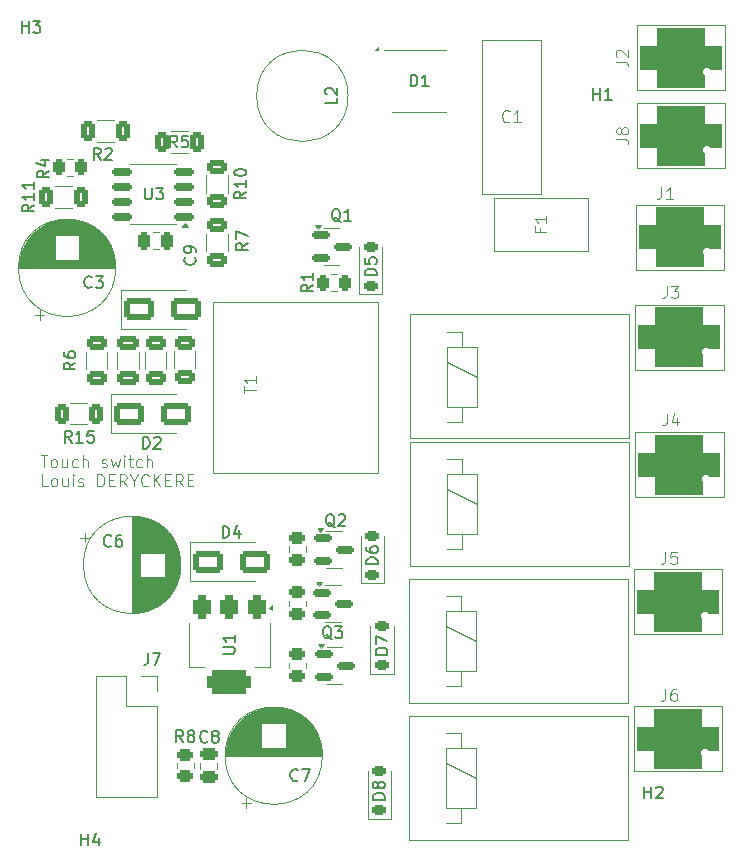
<source format=gto>
G04 #@! TF.GenerationSoftware,KiCad,Pcbnew,8.0.2-8.0.2-0~ubuntu22.04.1*
G04 #@! TF.CreationDate,2024-05-24T15:40:40+07:00*
G04 #@! TF.ProjectId,PCB_design,5043425f-6465-4736-9967-6e2e6b696361,rev?*
G04 #@! TF.SameCoordinates,Original*
G04 #@! TF.FileFunction,Legend,Top*
G04 #@! TF.FilePolarity,Positive*
%FSLAX46Y46*%
G04 Gerber Fmt 4.6, Leading zero omitted, Abs format (unit mm)*
G04 Created by KiCad (PCBNEW 8.0.2-8.0.2-0~ubuntu22.04.1) date 2024-05-24 15:40:40*
%MOMM*%
%LPD*%
G01*
G04 APERTURE LIST*
G04 Aperture macros list*
%AMRoundRect*
0 Rectangle with rounded corners*
0 $1 Rounding radius*
0 $2 $3 $4 $5 $6 $7 $8 $9 X,Y pos of 4 corners*
0 Add a 4 corners polygon primitive as box body*
4,1,4,$2,$3,$4,$5,$6,$7,$8,$9,$2,$3,0*
0 Add four circle primitives for the rounded corners*
1,1,$1+$1,$2,$3*
1,1,$1+$1,$4,$5*
1,1,$1+$1,$6,$7*
1,1,$1+$1,$8,$9*
0 Add four rect primitives between the rounded corners*
20,1,$1+$1,$2,$3,$4,$5,0*
20,1,$1+$1,$4,$5,$6,$7,0*
20,1,$1+$1,$6,$7,$8,$9,0*
20,1,$1+$1,$8,$9,$2,$3,0*%
G04 Aperture macros list end*
%ADD10C,0.100000*%
%ADD11C,0.150000*%
%ADD12C,0.120000*%
%ADD13RoundRect,0.250000X0.262500X0.450000X-0.262500X0.450000X-0.262500X-0.450000X0.262500X-0.450000X0*%
%ADD14RoundRect,0.225000X0.375000X-0.225000X0.375000X0.225000X-0.375000X0.225000X-0.375000X-0.225000X0*%
%ADD15RoundRect,0.250000X-0.475000X0.250000X-0.475000X-0.250000X0.475000X-0.250000X0.475000X0.250000X0*%
%ADD16RoundRect,0.250000X-0.312500X-0.625000X0.312500X-0.625000X0.312500X0.625000X-0.312500X0.625000X0*%
%ADD17C,0.700000*%
%ADD18RoundRect,1.500000X2.000000X-1.000000X2.000000X1.000000X-2.000000X1.000000X-2.000000X-1.000000X0*%
%ADD19RoundRect,0.250000X0.450000X-0.262500X0.450000X0.262500X-0.450000X0.262500X-0.450000X-0.262500X0*%
%ADD20C,4.400000*%
%ADD21C,1.600000*%
%ADD22R,1.600000X1.600000*%
%ADD23RoundRect,0.150000X0.675000X0.150000X-0.675000X0.150000X-0.675000X-0.150000X0.675000X-0.150000X0*%
%ADD24C,1.500000*%
%ADD25R,1.000000X2.400000*%
%ADD26C,1.524000*%
%ADD27RoundRect,0.250000X-1.000000X-0.650000X1.000000X-0.650000X1.000000X0.650000X-1.000000X0.650000X0*%
%ADD28RoundRect,0.250000X0.625000X-0.312500X0.625000X0.312500X-0.625000X0.312500X-0.625000X-0.312500X0*%
%ADD29C,2.000000*%
%ADD30RoundRect,0.150000X-0.587500X-0.150000X0.587500X-0.150000X0.587500X0.150000X-0.587500X0.150000X0*%
%ADD31O,1.700000X1.700000*%
%ADD32R,1.700000X1.700000*%
%ADD33C,2.600000*%
%ADD34RoundRect,0.375000X-0.375000X0.625000X-0.375000X-0.625000X0.375000X-0.625000X0.375000X0.625000X0*%
%ADD35RoundRect,0.500000X-1.400000X0.500000X-1.400000X-0.500000X1.400000X-0.500000X1.400000X0.500000X0*%
%ADD36RoundRect,0.250000X-0.625000X0.312500X-0.625000X-0.312500X0.625000X-0.312500X0.625000X0.312500X0*%
%ADD37RoundRect,0.250000X0.312500X0.625000X-0.312500X0.625000X-0.312500X-0.625000X0.312500X-0.625000X0*%
%ADD38RoundRect,0.250000X-0.450000X0.262500X-0.450000X-0.262500X0.450000X-0.262500X0.450000X0.262500X0*%
%ADD39RoundRect,0.250000X0.650000X-0.325000X0.650000X0.325000X-0.650000X0.325000X-0.650000X-0.325000X0*%
%ADD40C,1.800000*%
%ADD41R,1.000000X0.700000*%
%ADD42RoundRect,0.250000X0.250000X0.475000X-0.250000X0.475000X-0.250000X-0.475000X0.250000X-0.475000X0*%
G04 APERTURE END LIST*
D10*
X103751027Y-71282475D02*
X104322455Y-71282475D01*
X104036741Y-72282475D02*
X104036741Y-71282475D01*
X104798646Y-72282475D02*
X104703408Y-72234856D01*
X104703408Y-72234856D02*
X104655789Y-72187236D01*
X104655789Y-72187236D02*
X104608170Y-72091998D01*
X104608170Y-72091998D02*
X104608170Y-71806284D01*
X104608170Y-71806284D02*
X104655789Y-71711046D01*
X104655789Y-71711046D02*
X104703408Y-71663427D01*
X104703408Y-71663427D02*
X104798646Y-71615808D01*
X104798646Y-71615808D02*
X104941503Y-71615808D01*
X104941503Y-71615808D02*
X105036741Y-71663427D01*
X105036741Y-71663427D02*
X105084360Y-71711046D01*
X105084360Y-71711046D02*
X105131979Y-71806284D01*
X105131979Y-71806284D02*
X105131979Y-72091998D01*
X105131979Y-72091998D02*
X105084360Y-72187236D01*
X105084360Y-72187236D02*
X105036741Y-72234856D01*
X105036741Y-72234856D02*
X104941503Y-72282475D01*
X104941503Y-72282475D02*
X104798646Y-72282475D01*
X105989122Y-71615808D02*
X105989122Y-72282475D01*
X105560551Y-71615808D02*
X105560551Y-72139617D01*
X105560551Y-72139617D02*
X105608170Y-72234856D01*
X105608170Y-72234856D02*
X105703408Y-72282475D01*
X105703408Y-72282475D02*
X105846265Y-72282475D01*
X105846265Y-72282475D02*
X105941503Y-72234856D01*
X105941503Y-72234856D02*
X105989122Y-72187236D01*
X106893884Y-72234856D02*
X106798646Y-72282475D01*
X106798646Y-72282475D02*
X106608170Y-72282475D01*
X106608170Y-72282475D02*
X106512932Y-72234856D01*
X106512932Y-72234856D02*
X106465313Y-72187236D01*
X106465313Y-72187236D02*
X106417694Y-72091998D01*
X106417694Y-72091998D02*
X106417694Y-71806284D01*
X106417694Y-71806284D02*
X106465313Y-71711046D01*
X106465313Y-71711046D02*
X106512932Y-71663427D01*
X106512932Y-71663427D02*
X106608170Y-71615808D01*
X106608170Y-71615808D02*
X106798646Y-71615808D01*
X106798646Y-71615808D02*
X106893884Y-71663427D01*
X107322456Y-72282475D02*
X107322456Y-71282475D01*
X107751027Y-72282475D02*
X107751027Y-71758665D01*
X107751027Y-71758665D02*
X107703408Y-71663427D01*
X107703408Y-71663427D02*
X107608170Y-71615808D01*
X107608170Y-71615808D02*
X107465313Y-71615808D01*
X107465313Y-71615808D02*
X107370075Y-71663427D01*
X107370075Y-71663427D02*
X107322456Y-71711046D01*
X108941504Y-72234856D02*
X109036742Y-72282475D01*
X109036742Y-72282475D02*
X109227218Y-72282475D01*
X109227218Y-72282475D02*
X109322456Y-72234856D01*
X109322456Y-72234856D02*
X109370075Y-72139617D01*
X109370075Y-72139617D02*
X109370075Y-72091998D01*
X109370075Y-72091998D02*
X109322456Y-71996760D01*
X109322456Y-71996760D02*
X109227218Y-71949141D01*
X109227218Y-71949141D02*
X109084361Y-71949141D01*
X109084361Y-71949141D02*
X108989123Y-71901522D01*
X108989123Y-71901522D02*
X108941504Y-71806284D01*
X108941504Y-71806284D02*
X108941504Y-71758665D01*
X108941504Y-71758665D02*
X108989123Y-71663427D01*
X108989123Y-71663427D02*
X109084361Y-71615808D01*
X109084361Y-71615808D02*
X109227218Y-71615808D01*
X109227218Y-71615808D02*
X109322456Y-71663427D01*
X109703409Y-71615808D02*
X109893885Y-72282475D01*
X109893885Y-72282475D02*
X110084361Y-71806284D01*
X110084361Y-71806284D02*
X110274837Y-72282475D01*
X110274837Y-72282475D02*
X110465313Y-71615808D01*
X110846266Y-72282475D02*
X110846266Y-71615808D01*
X110846266Y-71282475D02*
X110798647Y-71330094D01*
X110798647Y-71330094D02*
X110846266Y-71377713D01*
X110846266Y-71377713D02*
X110893885Y-71330094D01*
X110893885Y-71330094D02*
X110846266Y-71282475D01*
X110846266Y-71282475D02*
X110846266Y-71377713D01*
X111179599Y-71615808D02*
X111560551Y-71615808D01*
X111322456Y-71282475D02*
X111322456Y-72139617D01*
X111322456Y-72139617D02*
X111370075Y-72234856D01*
X111370075Y-72234856D02*
X111465313Y-72282475D01*
X111465313Y-72282475D02*
X111560551Y-72282475D01*
X112322456Y-72234856D02*
X112227218Y-72282475D01*
X112227218Y-72282475D02*
X112036742Y-72282475D01*
X112036742Y-72282475D02*
X111941504Y-72234856D01*
X111941504Y-72234856D02*
X111893885Y-72187236D01*
X111893885Y-72187236D02*
X111846266Y-72091998D01*
X111846266Y-72091998D02*
X111846266Y-71806284D01*
X111846266Y-71806284D02*
X111893885Y-71711046D01*
X111893885Y-71711046D02*
X111941504Y-71663427D01*
X111941504Y-71663427D02*
X112036742Y-71615808D01*
X112036742Y-71615808D02*
X112227218Y-71615808D01*
X112227218Y-71615808D02*
X112322456Y-71663427D01*
X112751028Y-72282475D02*
X112751028Y-71282475D01*
X113179599Y-72282475D02*
X113179599Y-71758665D01*
X113179599Y-71758665D02*
X113131980Y-71663427D01*
X113131980Y-71663427D02*
X113036742Y-71615808D01*
X113036742Y-71615808D02*
X112893885Y-71615808D01*
X112893885Y-71615808D02*
X112798647Y-71663427D01*
X112798647Y-71663427D02*
X112751028Y-71711046D01*
X104370074Y-73892419D02*
X103893884Y-73892419D01*
X103893884Y-73892419D02*
X103893884Y-72892419D01*
X104846265Y-73892419D02*
X104751027Y-73844800D01*
X104751027Y-73844800D02*
X104703408Y-73797180D01*
X104703408Y-73797180D02*
X104655789Y-73701942D01*
X104655789Y-73701942D02*
X104655789Y-73416228D01*
X104655789Y-73416228D02*
X104703408Y-73320990D01*
X104703408Y-73320990D02*
X104751027Y-73273371D01*
X104751027Y-73273371D02*
X104846265Y-73225752D01*
X104846265Y-73225752D02*
X104989122Y-73225752D01*
X104989122Y-73225752D02*
X105084360Y-73273371D01*
X105084360Y-73273371D02*
X105131979Y-73320990D01*
X105131979Y-73320990D02*
X105179598Y-73416228D01*
X105179598Y-73416228D02*
X105179598Y-73701942D01*
X105179598Y-73701942D02*
X105131979Y-73797180D01*
X105131979Y-73797180D02*
X105084360Y-73844800D01*
X105084360Y-73844800D02*
X104989122Y-73892419D01*
X104989122Y-73892419D02*
X104846265Y-73892419D01*
X106036741Y-73225752D02*
X106036741Y-73892419D01*
X105608170Y-73225752D02*
X105608170Y-73749561D01*
X105608170Y-73749561D02*
X105655789Y-73844800D01*
X105655789Y-73844800D02*
X105751027Y-73892419D01*
X105751027Y-73892419D02*
X105893884Y-73892419D01*
X105893884Y-73892419D02*
X105989122Y-73844800D01*
X105989122Y-73844800D02*
X106036741Y-73797180D01*
X106512932Y-73892419D02*
X106512932Y-73225752D01*
X106512932Y-72892419D02*
X106465313Y-72940038D01*
X106465313Y-72940038D02*
X106512932Y-72987657D01*
X106512932Y-72987657D02*
X106560551Y-72940038D01*
X106560551Y-72940038D02*
X106512932Y-72892419D01*
X106512932Y-72892419D02*
X106512932Y-72987657D01*
X106941503Y-73844800D02*
X107036741Y-73892419D01*
X107036741Y-73892419D02*
X107227217Y-73892419D01*
X107227217Y-73892419D02*
X107322455Y-73844800D01*
X107322455Y-73844800D02*
X107370074Y-73749561D01*
X107370074Y-73749561D02*
X107370074Y-73701942D01*
X107370074Y-73701942D02*
X107322455Y-73606704D01*
X107322455Y-73606704D02*
X107227217Y-73559085D01*
X107227217Y-73559085D02*
X107084360Y-73559085D01*
X107084360Y-73559085D02*
X106989122Y-73511466D01*
X106989122Y-73511466D02*
X106941503Y-73416228D01*
X106941503Y-73416228D02*
X106941503Y-73368609D01*
X106941503Y-73368609D02*
X106989122Y-73273371D01*
X106989122Y-73273371D02*
X107084360Y-73225752D01*
X107084360Y-73225752D02*
X107227217Y-73225752D01*
X107227217Y-73225752D02*
X107322455Y-73273371D01*
X108560551Y-73892419D02*
X108560551Y-72892419D01*
X108560551Y-72892419D02*
X108798646Y-72892419D01*
X108798646Y-72892419D02*
X108941503Y-72940038D01*
X108941503Y-72940038D02*
X109036741Y-73035276D01*
X109036741Y-73035276D02*
X109084360Y-73130514D01*
X109084360Y-73130514D02*
X109131979Y-73320990D01*
X109131979Y-73320990D02*
X109131979Y-73463847D01*
X109131979Y-73463847D02*
X109084360Y-73654323D01*
X109084360Y-73654323D02*
X109036741Y-73749561D01*
X109036741Y-73749561D02*
X108941503Y-73844800D01*
X108941503Y-73844800D02*
X108798646Y-73892419D01*
X108798646Y-73892419D02*
X108560551Y-73892419D01*
X109560551Y-73368609D02*
X109893884Y-73368609D01*
X110036741Y-73892419D02*
X109560551Y-73892419D01*
X109560551Y-73892419D02*
X109560551Y-72892419D01*
X109560551Y-72892419D02*
X110036741Y-72892419D01*
X111036741Y-73892419D02*
X110703408Y-73416228D01*
X110465313Y-73892419D02*
X110465313Y-72892419D01*
X110465313Y-72892419D02*
X110846265Y-72892419D01*
X110846265Y-72892419D02*
X110941503Y-72940038D01*
X110941503Y-72940038D02*
X110989122Y-72987657D01*
X110989122Y-72987657D02*
X111036741Y-73082895D01*
X111036741Y-73082895D02*
X111036741Y-73225752D01*
X111036741Y-73225752D02*
X110989122Y-73320990D01*
X110989122Y-73320990D02*
X110941503Y-73368609D01*
X110941503Y-73368609D02*
X110846265Y-73416228D01*
X110846265Y-73416228D02*
X110465313Y-73416228D01*
X111655789Y-73416228D02*
X111655789Y-73892419D01*
X111322456Y-72892419D02*
X111655789Y-73416228D01*
X111655789Y-73416228D02*
X111989122Y-72892419D01*
X112893884Y-73797180D02*
X112846265Y-73844800D01*
X112846265Y-73844800D02*
X112703408Y-73892419D01*
X112703408Y-73892419D02*
X112608170Y-73892419D01*
X112608170Y-73892419D02*
X112465313Y-73844800D01*
X112465313Y-73844800D02*
X112370075Y-73749561D01*
X112370075Y-73749561D02*
X112322456Y-73654323D01*
X112322456Y-73654323D02*
X112274837Y-73463847D01*
X112274837Y-73463847D02*
X112274837Y-73320990D01*
X112274837Y-73320990D02*
X112322456Y-73130514D01*
X112322456Y-73130514D02*
X112370075Y-73035276D01*
X112370075Y-73035276D02*
X112465313Y-72940038D01*
X112465313Y-72940038D02*
X112608170Y-72892419D01*
X112608170Y-72892419D02*
X112703408Y-72892419D01*
X112703408Y-72892419D02*
X112846265Y-72940038D01*
X112846265Y-72940038D02*
X112893884Y-72987657D01*
X113322456Y-73892419D02*
X113322456Y-72892419D01*
X113893884Y-73892419D02*
X113465313Y-73320990D01*
X113893884Y-72892419D02*
X113322456Y-73463847D01*
X114322456Y-73368609D02*
X114655789Y-73368609D01*
X114798646Y-73892419D02*
X114322456Y-73892419D01*
X114322456Y-73892419D02*
X114322456Y-72892419D01*
X114322456Y-72892419D02*
X114798646Y-72892419D01*
X115798646Y-73892419D02*
X115465313Y-73416228D01*
X115227218Y-73892419D02*
X115227218Y-72892419D01*
X115227218Y-72892419D02*
X115608170Y-72892419D01*
X115608170Y-72892419D02*
X115703408Y-72940038D01*
X115703408Y-72940038D02*
X115751027Y-72987657D01*
X115751027Y-72987657D02*
X115798646Y-73082895D01*
X115798646Y-73082895D02*
X115798646Y-73225752D01*
X115798646Y-73225752D02*
X115751027Y-73320990D01*
X115751027Y-73320990D02*
X115703408Y-73368609D01*
X115703408Y-73368609D02*
X115608170Y-73416228D01*
X115608170Y-73416228D02*
X115227218Y-73416228D01*
X116227218Y-73368609D02*
X116560551Y-73368609D01*
X116703408Y-73892419D02*
X116227218Y-73892419D01*
X116227218Y-73892419D02*
X116227218Y-72892419D01*
X116227218Y-72892419D02*
X116703408Y-72892419D01*
D11*
X104454819Y-47166666D02*
X103978628Y-47499999D01*
X104454819Y-47738094D02*
X103454819Y-47738094D01*
X103454819Y-47738094D02*
X103454819Y-47357142D01*
X103454819Y-47357142D02*
X103502438Y-47261904D01*
X103502438Y-47261904D02*
X103550057Y-47214285D01*
X103550057Y-47214285D02*
X103645295Y-47166666D01*
X103645295Y-47166666D02*
X103788152Y-47166666D01*
X103788152Y-47166666D02*
X103883390Y-47214285D01*
X103883390Y-47214285D02*
X103931009Y-47261904D01*
X103931009Y-47261904D02*
X103978628Y-47357142D01*
X103978628Y-47357142D02*
X103978628Y-47738094D01*
X103788152Y-46309523D02*
X104454819Y-46309523D01*
X103407200Y-46547618D02*
X104121485Y-46785713D01*
X104121485Y-46785713D02*
X104121485Y-46166666D01*
X133124819Y-88148094D02*
X132124819Y-88148094D01*
X132124819Y-88148094D02*
X132124819Y-87909999D01*
X132124819Y-87909999D02*
X132172438Y-87767142D01*
X132172438Y-87767142D02*
X132267676Y-87671904D01*
X132267676Y-87671904D02*
X132362914Y-87624285D01*
X132362914Y-87624285D02*
X132553390Y-87576666D01*
X132553390Y-87576666D02*
X132696247Y-87576666D01*
X132696247Y-87576666D02*
X132886723Y-87624285D01*
X132886723Y-87624285D02*
X132981961Y-87671904D01*
X132981961Y-87671904D02*
X133077200Y-87767142D01*
X133077200Y-87767142D02*
X133124819Y-87909999D01*
X133124819Y-87909999D02*
X133124819Y-88148094D01*
X132124819Y-87243332D02*
X132124819Y-86576666D01*
X132124819Y-86576666D02*
X133124819Y-87005237D01*
X117883333Y-95497080D02*
X117835714Y-95544700D01*
X117835714Y-95544700D02*
X117692857Y-95592319D01*
X117692857Y-95592319D02*
X117597619Y-95592319D01*
X117597619Y-95592319D02*
X117454762Y-95544700D01*
X117454762Y-95544700D02*
X117359524Y-95449461D01*
X117359524Y-95449461D02*
X117311905Y-95354223D01*
X117311905Y-95354223D02*
X117264286Y-95163747D01*
X117264286Y-95163747D02*
X117264286Y-95020890D01*
X117264286Y-95020890D02*
X117311905Y-94830414D01*
X117311905Y-94830414D02*
X117359524Y-94735176D01*
X117359524Y-94735176D02*
X117454762Y-94639938D01*
X117454762Y-94639938D02*
X117597619Y-94592319D01*
X117597619Y-94592319D02*
X117692857Y-94592319D01*
X117692857Y-94592319D02*
X117835714Y-94639938D01*
X117835714Y-94639938D02*
X117883333Y-94687557D01*
X118454762Y-95020890D02*
X118359524Y-94973271D01*
X118359524Y-94973271D02*
X118311905Y-94925652D01*
X118311905Y-94925652D02*
X118264286Y-94830414D01*
X118264286Y-94830414D02*
X118264286Y-94782795D01*
X118264286Y-94782795D02*
X118311905Y-94687557D01*
X118311905Y-94687557D02*
X118359524Y-94639938D01*
X118359524Y-94639938D02*
X118454762Y-94592319D01*
X118454762Y-94592319D02*
X118645238Y-94592319D01*
X118645238Y-94592319D02*
X118740476Y-94639938D01*
X118740476Y-94639938D02*
X118788095Y-94687557D01*
X118788095Y-94687557D02*
X118835714Y-94782795D01*
X118835714Y-94782795D02*
X118835714Y-94830414D01*
X118835714Y-94830414D02*
X118788095Y-94925652D01*
X118788095Y-94925652D02*
X118740476Y-94973271D01*
X118740476Y-94973271D02*
X118645238Y-95020890D01*
X118645238Y-95020890D02*
X118454762Y-95020890D01*
X118454762Y-95020890D02*
X118359524Y-95068509D01*
X118359524Y-95068509D02*
X118311905Y-95116128D01*
X118311905Y-95116128D02*
X118264286Y-95211366D01*
X118264286Y-95211366D02*
X118264286Y-95401842D01*
X118264286Y-95401842D02*
X118311905Y-95497080D01*
X118311905Y-95497080D02*
X118359524Y-95544700D01*
X118359524Y-95544700D02*
X118454762Y-95592319D01*
X118454762Y-95592319D02*
X118645238Y-95592319D01*
X118645238Y-95592319D02*
X118740476Y-95544700D01*
X118740476Y-95544700D02*
X118788095Y-95497080D01*
X118788095Y-95497080D02*
X118835714Y-95401842D01*
X118835714Y-95401842D02*
X118835714Y-95211366D01*
X118835714Y-95211366D02*
X118788095Y-95116128D01*
X118788095Y-95116128D02*
X118740476Y-95068509D01*
X118740476Y-95068509D02*
X118645238Y-95020890D01*
X106382142Y-70189819D02*
X106048809Y-69713628D01*
X105810714Y-70189819D02*
X105810714Y-69189819D01*
X105810714Y-69189819D02*
X106191666Y-69189819D01*
X106191666Y-69189819D02*
X106286904Y-69237438D01*
X106286904Y-69237438D02*
X106334523Y-69285057D01*
X106334523Y-69285057D02*
X106382142Y-69380295D01*
X106382142Y-69380295D02*
X106382142Y-69523152D01*
X106382142Y-69523152D02*
X106334523Y-69618390D01*
X106334523Y-69618390D02*
X106286904Y-69666009D01*
X106286904Y-69666009D02*
X106191666Y-69713628D01*
X106191666Y-69713628D02*
X105810714Y-69713628D01*
X107334523Y-70189819D02*
X106763095Y-70189819D01*
X107048809Y-70189819D02*
X107048809Y-69189819D01*
X107048809Y-69189819D02*
X106953571Y-69332676D01*
X106953571Y-69332676D02*
X106858333Y-69427914D01*
X106858333Y-69427914D02*
X106763095Y-69475533D01*
X108239285Y-69189819D02*
X107763095Y-69189819D01*
X107763095Y-69189819D02*
X107715476Y-69666009D01*
X107715476Y-69666009D02*
X107763095Y-69618390D01*
X107763095Y-69618390D02*
X107858333Y-69570771D01*
X107858333Y-69570771D02*
X108096428Y-69570771D01*
X108096428Y-69570771D02*
X108191666Y-69618390D01*
X108191666Y-69618390D02*
X108239285Y-69666009D01*
X108239285Y-69666009D02*
X108286904Y-69761247D01*
X108286904Y-69761247D02*
X108286904Y-69999342D01*
X108286904Y-69999342D02*
X108239285Y-70094580D01*
X108239285Y-70094580D02*
X108191666Y-70142200D01*
X108191666Y-70142200D02*
X108096428Y-70189819D01*
X108096428Y-70189819D02*
X107858333Y-70189819D01*
X107858333Y-70189819D02*
X107763095Y-70142200D01*
X107763095Y-70142200D02*
X107715476Y-70094580D01*
D10*
X152467419Y-37943333D02*
X153181704Y-37943333D01*
X153181704Y-37943333D02*
X153324561Y-37990952D01*
X153324561Y-37990952D02*
X153419800Y-38086190D01*
X153419800Y-38086190D02*
X153467419Y-38229047D01*
X153467419Y-38229047D02*
X153467419Y-38324285D01*
X152562657Y-37514761D02*
X152515038Y-37467142D01*
X152515038Y-37467142D02*
X152467419Y-37371904D01*
X152467419Y-37371904D02*
X152467419Y-37133809D01*
X152467419Y-37133809D02*
X152515038Y-37038571D01*
X152515038Y-37038571D02*
X152562657Y-36990952D01*
X152562657Y-36990952D02*
X152657895Y-36943333D01*
X152657895Y-36943333D02*
X152753133Y-36943333D01*
X152753133Y-36943333D02*
X152895990Y-36990952D01*
X152895990Y-36990952D02*
X153467419Y-37562380D01*
X153467419Y-37562380D02*
X153467419Y-36943333D01*
D11*
X150548095Y-41184819D02*
X150548095Y-40184819D01*
X150548095Y-40661009D02*
X151119523Y-40661009D01*
X151119523Y-41184819D02*
X151119523Y-40184819D01*
X152119523Y-41184819D02*
X151548095Y-41184819D01*
X151833809Y-41184819D02*
X151833809Y-40184819D01*
X151833809Y-40184819D02*
X151738571Y-40327676D01*
X151738571Y-40327676D02*
X151643333Y-40422914D01*
X151643333Y-40422914D02*
X151548095Y-40470533D01*
X132204819Y-56038094D02*
X131204819Y-56038094D01*
X131204819Y-56038094D02*
X131204819Y-55799999D01*
X131204819Y-55799999D02*
X131252438Y-55657142D01*
X131252438Y-55657142D02*
X131347676Y-55561904D01*
X131347676Y-55561904D02*
X131442914Y-55514285D01*
X131442914Y-55514285D02*
X131633390Y-55466666D01*
X131633390Y-55466666D02*
X131776247Y-55466666D01*
X131776247Y-55466666D02*
X131966723Y-55514285D01*
X131966723Y-55514285D02*
X132061961Y-55561904D01*
X132061961Y-55561904D02*
X132157200Y-55657142D01*
X132157200Y-55657142D02*
X132204819Y-55799999D01*
X132204819Y-55799999D02*
X132204819Y-56038094D01*
X131204819Y-54561904D02*
X131204819Y-55038094D01*
X131204819Y-55038094D02*
X131681009Y-55085713D01*
X131681009Y-55085713D02*
X131633390Y-55038094D01*
X131633390Y-55038094D02*
X131585771Y-54942856D01*
X131585771Y-54942856D02*
X131585771Y-54704761D01*
X131585771Y-54704761D02*
X131633390Y-54609523D01*
X131633390Y-54609523D02*
X131681009Y-54561904D01*
X131681009Y-54561904D02*
X131776247Y-54514285D01*
X131776247Y-54514285D02*
X132014342Y-54514285D01*
X132014342Y-54514285D02*
X132109580Y-54561904D01*
X132109580Y-54561904D02*
X132157200Y-54609523D01*
X132157200Y-54609523D02*
X132204819Y-54704761D01*
X132204819Y-54704761D02*
X132204819Y-54942856D01*
X132204819Y-54942856D02*
X132157200Y-55038094D01*
X132157200Y-55038094D02*
X132109580Y-55085713D01*
X108083333Y-57012231D02*
X108035714Y-57059851D01*
X108035714Y-57059851D02*
X107892857Y-57107470D01*
X107892857Y-57107470D02*
X107797619Y-57107470D01*
X107797619Y-57107470D02*
X107654762Y-57059851D01*
X107654762Y-57059851D02*
X107559524Y-56964612D01*
X107559524Y-56964612D02*
X107511905Y-56869374D01*
X107511905Y-56869374D02*
X107464286Y-56678898D01*
X107464286Y-56678898D02*
X107464286Y-56536041D01*
X107464286Y-56536041D02*
X107511905Y-56345565D01*
X107511905Y-56345565D02*
X107559524Y-56250327D01*
X107559524Y-56250327D02*
X107654762Y-56155089D01*
X107654762Y-56155089D02*
X107797619Y-56107470D01*
X107797619Y-56107470D02*
X107892857Y-56107470D01*
X107892857Y-56107470D02*
X108035714Y-56155089D01*
X108035714Y-56155089D02*
X108083333Y-56202708D01*
X108416667Y-56107470D02*
X109035714Y-56107470D01*
X109035714Y-56107470D02*
X108702381Y-56488422D01*
X108702381Y-56488422D02*
X108845238Y-56488422D01*
X108845238Y-56488422D02*
X108940476Y-56536041D01*
X108940476Y-56536041D02*
X108988095Y-56583660D01*
X108988095Y-56583660D02*
X109035714Y-56678898D01*
X109035714Y-56678898D02*
X109035714Y-56916993D01*
X109035714Y-56916993D02*
X108988095Y-57012231D01*
X108988095Y-57012231D02*
X108940476Y-57059851D01*
X108940476Y-57059851D02*
X108845238Y-57107470D01*
X108845238Y-57107470D02*
X108559524Y-57107470D01*
X108559524Y-57107470D02*
X108464286Y-57059851D01*
X108464286Y-57059851D02*
X108416667Y-57012231D01*
X112588095Y-48604819D02*
X112588095Y-49414342D01*
X112588095Y-49414342D02*
X112635714Y-49509580D01*
X112635714Y-49509580D02*
X112683333Y-49557200D01*
X112683333Y-49557200D02*
X112778571Y-49604819D01*
X112778571Y-49604819D02*
X112969047Y-49604819D01*
X112969047Y-49604819D02*
X113064285Y-49557200D01*
X113064285Y-49557200D02*
X113111904Y-49509580D01*
X113111904Y-49509580D02*
X113159523Y-49414342D01*
X113159523Y-49414342D02*
X113159523Y-48604819D01*
X113540476Y-48604819D02*
X114159523Y-48604819D01*
X114159523Y-48604819D02*
X113826190Y-48985771D01*
X113826190Y-48985771D02*
X113969047Y-48985771D01*
X113969047Y-48985771D02*
X114064285Y-49033390D01*
X114064285Y-49033390D02*
X114111904Y-49081009D01*
X114111904Y-49081009D02*
X114159523Y-49176247D01*
X114159523Y-49176247D02*
X114159523Y-49414342D01*
X114159523Y-49414342D02*
X114111904Y-49509580D01*
X114111904Y-49509580D02*
X114064285Y-49557200D01*
X114064285Y-49557200D02*
X113969047Y-49604819D01*
X113969047Y-49604819D02*
X113683333Y-49604819D01*
X113683333Y-49604819D02*
X113588095Y-49557200D01*
X113588095Y-49557200D02*
X113540476Y-49509580D01*
D10*
X143463333Y-42972180D02*
X143415714Y-43019800D01*
X143415714Y-43019800D02*
X143272857Y-43067419D01*
X143272857Y-43067419D02*
X143177619Y-43067419D01*
X143177619Y-43067419D02*
X143034762Y-43019800D01*
X143034762Y-43019800D02*
X142939524Y-42924561D01*
X142939524Y-42924561D02*
X142891905Y-42829323D01*
X142891905Y-42829323D02*
X142844286Y-42638847D01*
X142844286Y-42638847D02*
X142844286Y-42495990D01*
X142844286Y-42495990D02*
X142891905Y-42305514D01*
X142891905Y-42305514D02*
X142939524Y-42210276D01*
X142939524Y-42210276D02*
X143034762Y-42115038D01*
X143034762Y-42115038D02*
X143177619Y-42067419D01*
X143177619Y-42067419D02*
X143272857Y-42067419D01*
X143272857Y-42067419D02*
X143415714Y-42115038D01*
X143415714Y-42115038D02*
X143463333Y-42162657D01*
X144415714Y-43067419D02*
X143844286Y-43067419D01*
X144130000Y-43067419D02*
X144130000Y-42067419D01*
X144130000Y-42067419D02*
X144034762Y-42210276D01*
X144034762Y-42210276D02*
X143939524Y-42305514D01*
X143939524Y-42305514D02*
X143844286Y-42353133D01*
D11*
X112411905Y-70704819D02*
X112411905Y-69704819D01*
X112411905Y-69704819D02*
X112650000Y-69704819D01*
X112650000Y-69704819D02*
X112792857Y-69752438D01*
X112792857Y-69752438D02*
X112888095Y-69847676D01*
X112888095Y-69847676D02*
X112935714Y-69942914D01*
X112935714Y-69942914D02*
X112983333Y-70133390D01*
X112983333Y-70133390D02*
X112983333Y-70276247D01*
X112983333Y-70276247D02*
X112935714Y-70466723D01*
X112935714Y-70466723D02*
X112888095Y-70561961D01*
X112888095Y-70561961D02*
X112792857Y-70657200D01*
X112792857Y-70657200D02*
X112650000Y-70704819D01*
X112650000Y-70704819D02*
X112411905Y-70704819D01*
X113364286Y-69800057D02*
X113411905Y-69752438D01*
X113411905Y-69752438D02*
X113507143Y-69704819D01*
X113507143Y-69704819D02*
X113745238Y-69704819D01*
X113745238Y-69704819D02*
X113840476Y-69752438D01*
X113840476Y-69752438D02*
X113888095Y-69800057D01*
X113888095Y-69800057D02*
X113935714Y-69895295D01*
X113935714Y-69895295D02*
X113935714Y-69990533D01*
X113935714Y-69990533D02*
X113888095Y-70133390D01*
X113888095Y-70133390D02*
X113316667Y-70704819D01*
X113316667Y-70704819D02*
X113935714Y-70704819D01*
D10*
X146053609Y-52043333D02*
X146053609Y-52376666D01*
X146577419Y-52376666D02*
X145577419Y-52376666D01*
X145577419Y-52376666D02*
X145577419Y-51900476D01*
X146577419Y-50995714D02*
X146577419Y-51567142D01*
X146577419Y-51281428D02*
X145577419Y-51281428D01*
X145577419Y-51281428D02*
X145720276Y-51376666D01*
X145720276Y-51376666D02*
X145815514Y-51471904D01*
X145815514Y-51471904D02*
X145863133Y-51567142D01*
D11*
X132894819Y-100418094D02*
X131894819Y-100418094D01*
X131894819Y-100418094D02*
X131894819Y-100179999D01*
X131894819Y-100179999D02*
X131942438Y-100037142D01*
X131942438Y-100037142D02*
X132037676Y-99941904D01*
X132037676Y-99941904D02*
X132132914Y-99894285D01*
X132132914Y-99894285D02*
X132323390Y-99846666D01*
X132323390Y-99846666D02*
X132466247Y-99846666D01*
X132466247Y-99846666D02*
X132656723Y-99894285D01*
X132656723Y-99894285D02*
X132751961Y-99941904D01*
X132751961Y-99941904D02*
X132847200Y-100037142D01*
X132847200Y-100037142D02*
X132894819Y-100179999D01*
X132894819Y-100179999D02*
X132894819Y-100418094D01*
X132323390Y-99275237D02*
X132275771Y-99370475D01*
X132275771Y-99370475D02*
X132228152Y-99418094D01*
X132228152Y-99418094D02*
X132132914Y-99465713D01*
X132132914Y-99465713D02*
X132085295Y-99465713D01*
X132085295Y-99465713D02*
X131990057Y-99418094D01*
X131990057Y-99418094D02*
X131942438Y-99370475D01*
X131942438Y-99370475D02*
X131894819Y-99275237D01*
X131894819Y-99275237D02*
X131894819Y-99084761D01*
X131894819Y-99084761D02*
X131942438Y-98989523D01*
X131942438Y-98989523D02*
X131990057Y-98941904D01*
X131990057Y-98941904D02*
X132085295Y-98894285D01*
X132085295Y-98894285D02*
X132132914Y-98894285D01*
X132132914Y-98894285D02*
X132228152Y-98941904D01*
X132228152Y-98941904D02*
X132275771Y-98989523D01*
X132275771Y-98989523D02*
X132323390Y-99084761D01*
X132323390Y-99084761D02*
X132323390Y-99275237D01*
X132323390Y-99275237D02*
X132371009Y-99370475D01*
X132371009Y-99370475D02*
X132418628Y-99418094D01*
X132418628Y-99418094D02*
X132513866Y-99465713D01*
X132513866Y-99465713D02*
X132704342Y-99465713D01*
X132704342Y-99465713D02*
X132799580Y-99418094D01*
X132799580Y-99418094D02*
X132847200Y-99370475D01*
X132847200Y-99370475D02*
X132894819Y-99275237D01*
X132894819Y-99275237D02*
X132894819Y-99084761D01*
X132894819Y-99084761D02*
X132847200Y-98989523D01*
X132847200Y-98989523D02*
X132799580Y-98941904D01*
X132799580Y-98941904D02*
X132704342Y-98894285D01*
X132704342Y-98894285D02*
X132513866Y-98894285D01*
X132513866Y-98894285D02*
X132418628Y-98941904D01*
X132418628Y-98941904D02*
X132371009Y-98989523D01*
X132371009Y-98989523D02*
X132323390Y-99084761D01*
X128404761Y-86850057D02*
X128309523Y-86802438D01*
X128309523Y-86802438D02*
X128214285Y-86707200D01*
X128214285Y-86707200D02*
X128071428Y-86564342D01*
X128071428Y-86564342D02*
X127976190Y-86516723D01*
X127976190Y-86516723D02*
X127880952Y-86516723D01*
X127928571Y-86754819D02*
X127833333Y-86707200D01*
X127833333Y-86707200D02*
X127738095Y-86611961D01*
X127738095Y-86611961D02*
X127690476Y-86421485D01*
X127690476Y-86421485D02*
X127690476Y-86088152D01*
X127690476Y-86088152D02*
X127738095Y-85897676D01*
X127738095Y-85897676D02*
X127833333Y-85802438D01*
X127833333Y-85802438D02*
X127928571Y-85754819D01*
X127928571Y-85754819D02*
X128119047Y-85754819D01*
X128119047Y-85754819D02*
X128214285Y-85802438D01*
X128214285Y-85802438D02*
X128309523Y-85897676D01*
X128309523Y-85897676D02*
X128357142Y-86088152D01*
X128357142Y-86088152D02*
X128357142Y-86421485D01*
X128357142Y-86421485D02*
X128309523Y-86611961D01*
X128309523Y-86611961D02*
X128214285Y-86707200D01*
X128214285Y-86707200D02*
X128119047Y-86754819D01*
X128119047Y-86754819D02*
X127928571Y-86754819D01*
X128690476Y-85754819D02*
X129309523Y-85754819D01*
X129309523Y-85754819D02*
X128976190Y-86135771D01*
X128976190Y-86135771D02*
X129119047Y-86135771D01*
X129119047Y-86135771D02*
X129214285Y-86183390D01*
X129214285Y-86183390D02*
X129261904Y-86231009D01*
X129261904Y-86231009D02*
X129309523Y-86326247D01*
X129309523Y-86326247D02*
X129309523Y-86564342D01*
X129309523Y-86564342D02*
X129261904Y-86659580D01*
X129261904Y-86659580D02*
X129214285Y-86707200D01*
X129214285Y-86707200D02*
X129119047Y-86754819D01*
X129119047Y-86754819D02*
X128833333Y-86754819D01*
X128833333Y-86754819D02*
X128738095Y-86707200D01*
X128738095Y-86707200D02*
X128690476Y-86659580D01*
X112856666Y-88024819D02*
X112856666Y-88739104D01*
X112856666Y-88739104D02*
X112809047Y-88881961D01*
X112809047Y-88881961D02*
X112713809Y-88977200D01*
X112713809Y-88977200D02*
X112570952Y-89024819D01*
X112570952Y-89024819D02*
X112475714Y-89024819D01*
X113237619Y-88024819D02*
X113904285Y-88024819D01*
X113904285Y-88024819D02*
X113475714Y-89024819D01*
X128874819Y-41006666D02*
X128874819Y-41482856D01*
X128874819Y-41482856D02*
X127874819Y-41482856D01*
X127970057Y-40720951D02*
X127922438Y-40673332D01*
X127922438Y-40673332D02*
X127874819Y-40578094D01*
X127874819Y-40578094D02*
X127874819Y-40339999D01*
X127874819Y-40339999D02*
X127922438Y-40244761D01*
X127922438Y-40244761D02*
X127970057Y-40197142D01*
X127970057Y-40197142D02*
X128065295Y-40149523D01*
X128065295Y-40149523D02*
X128160533Y-40149523D01*
X128160533Y-40149523D02*
X128303390Y-40197142D01*
X128303390Y-40197142D02*
X128874819Y-40768570D01*
X128874819Y-40768570D02*
X128874819Y-40149523D01*
D10*
X152507419Y-44513333D02*
X153221704Y-44513333D01*
X153221704Y-44513333D02*
X153364561Y-44560952D01*
X153364561Y-44560952D02*
X153459800Y-44656190D01*
X153459800Y-44656190D02*
X153507419Y-44799047D01*
X153507419Y-44799047D02*
X153507419Y-44894285D01*
X152935990Y-43894285D02*
X152888371Y-43989523D01*
X152888371Y-43989523D02*
X152840752Y-44037142D01*
X152840752Y-44037142D02*
X152745514Y-44084761D01*
X152745514Y-44084761D02*
X152697895Y-44084761D01*
X152697895Y-44084761D02*
X152602657Y-44037142D01*
X152602657Y-44037142D02*
X152555038Y-43989523D01*
X152555038Y-43989523D02*
X152507419Y-43894285D01*
X152507419Y-43894285D02*
X152507419Y-43703809D01*
X152507419Y-43703809D02*
X152555038Y-43608571D01*
X152555038Y-43608571D02*
X152602657Y-43560952D01*
X152602657Y-43560952D02*
X152697895Y-43513333D01*
X152697895Y-43513333D02*
X152745514Y-43513333D01*
X152745514Y-43513333D02*
X152840752Y-43560952D01*
X152840752Y-43560952D02*
X152888371Y-43608571D01*
X152888371Y-43608571D02*
X152935990Y-43703809D01*
X152935990Y-43703809D02*
X152935990Y-43894285D01*
X152935990Y-43894285D02*
X152983609Y-43989523D01*
X152983609Y-43989523D02*
X153031228Y-44037142D01*
X153031228Y-44037142D02*
X153126466Y-44084761D01*
X153126466Y-44084761D02*
X153316942Y-44084761D01*
X153316942Y-44084761D02*
X153412180Y-44037142D01*
X153412180Y-44037142D02*
X153459800Y-43989523D01*
X153459800Y-43989523D02*
X153507419Y-43894285D01*
X153507419Y-43894285D02*
X153507419Y-43703809D01*
X153507419Y-43703809D02*
X153459800Y-43608571D01*
X153459800Y-43608571D02*
X153412180Y-43560952D01*
X153412180Y-43560952D02*
X153316942Y-43513333D01*
X153316942Y-43513333D02*
X153126466Y-43513333D01*
X153126466Y-43513333D02*
X153031228Y-43560952D01*
X153031228Y-43560952D02*
X152983609Y-43608571D01*
X152983609Y-43608571D02*
X152935990Y-43703809D01*
D11*
X128654761Y-77350057D02*
X128559523Y-77302438D01*
X128559523Y-77302438D02*
X128464285Y-77207200D01*
X128464285Y-77207200D02*
X128321428Y-77064342D01*
X128321428Y-77064342D02*
X128226190Y-77016723D01*
X128226190Y-77016723D02*
X128130952Y-77016723D01*
X128178571Y-77254819D02*
X128083333Y-77207200D01*
X128083333Y-77207200D02*
X127988095Y-77111961D01*
X127988095Y-77111961D02*
X127940476Y-76921485D01*
X127940476Y-76921485D02*
X127940476Y-76588152D01*
X127940476Y-76588152D02*
X127988095Y-76397676D01*
X127988095Y-76397676D02*
X128083333Y-76302438D01*
X128083333Y-76302438D02*
X128178571Y-76254819D01*
X128178571Y-76254819D02*
X128369047Y-76254819D01*
X128369047Y-76254819D02*
X128464285Y-76302438D01*
X128464285Y-76302438D02*
X128559523Y-76397676D01*
X128559523Y-76397676D02*
X128607142Y-76588152D01*
X128607142Y-76588152D02*
X128607142Y-76921485D01*
X128607142Y-76921485D02*
X128559523Y-77111961D01*
X128559523Y-77111961D02*
X128464285Y-77207200D01*
X128464285Y-77207200D02*
X128369047Y-77254819D01*
X128369047Y-77254819D02*
X128178571Y-77254819D01*
X128988095Y-76350057D02*
X129035714Y-76302438D01*
X129035714Y-76302438D02*
X129130952Y-76254819D01*
X129130952Y-76254819D02*
X129369047Y-76254819D01*
X129369047Y-76254819D02*
X129464285Y-76302438D01*
X129464285Y-76302438D02*
X129511904Y-76350057D01*
X129511904Y-76350057D02*
X129559523Y-76445295D01*
X129559523Y-76445295D02*
X129559523Y-76540533D01*
X129559523Y-76540533D02*
X129511904Y-76683390D01*
X129511904Y-76683390D02*
X128940476Y-77254819D01*
X128940476Y-77254819D02*
X129559523Y-77254819D01*
X121304819Y-53316666D02*
X120828628Y-53649999D01*
X121304819Y-53888094D02*
X120304819Y-53888094D01*
X120304819Y-53888094D02*
X120304819Y-53507142D01*
X120304819Y-53507142D02*
X120352438Y-53411904D01*
X120352438Y-53411904D02*
X120400057Y-53364285D01*
X120400057Y-53364285D02*
X120495295Y-53316666D01*
X120495295Y-53316666D02*
X120638152Y-53316666D01*
X120638152Y-53316666D02*
X120733390Y-53364285D01*
X120733390Y-53364285D02*
X120781009Y-53411904D01*
X120781009Y-53411904D02*
X120828628Y-53507142D01*
X120828628Y-53507142D02*
X120828628Y-53888094D01*
X120304819Y-52983332D02*
X120304819Y-52316666D01*
X120304819Y-52316666D02*
X121304819Y-52745237D01*
X102163095Y-35489819D02*
X102163095Y-34489819D01*
X102163095Y-34966009D02*
X102734523Y-34966009D01*
X102734523Y-35489819D02*
X102734523Y-34489819D01*
X103115476Y-34489819D02*
X103734523Y-34489819D01*
X103734523Y-34489819D02*
X103401190Y-34870771D01*
X103401190Y-34870771D02*
X103544047Y-34870771D01*
X103544047Y-34870771D02*
X103639285Y-34918390D01*
X103639285Y-34918390D02*
X103686904Y-34966009D01*
X103686904Y-34966009D02*
X103734523Y-35061247D01*
X103734523Y-35061247D02*
X103734523Y-35299342D01*
X103734523Y-35299342D02*
X103686904Y-35394580D01*
X103686904Y-35394580D02*
X103639285Y-35442200D01*
X103639285Y-35442200D02*
X103544047Y-35489819D01*
X103544047Y-35489819D02*
X103258333Y-35489819D01*
X103258333Y-35489819D02*
X103163095Y-35442200D01*
X103163095Y-35442200D02*
X103115476Y-35394580D01*
D10*
X156656666Y-79447419D02*
X156656666Y-80161704D01*
X156656666Y-80161704D02*
X156609047Y-80304561D01*
X156609047Y-80304561D02*
X156513809Y-80399800D01*
X156513809Y-80399800D02*
X156370952Y-80447419D01*
X156370952Y-80447419D02*
X156275714Y-80447419D01*
X157609047Y-79447419D02*
X157132857Y-79447419D01*
X157132857Y-79447419D02*
X157085238Y-79923609D01*
X157085238Y-79923609D02*
X157132857Y-79875990D01*
X157132857Y-79875990D02*
X157228095Y-79828371D01*
X157228095Y-79828371D02*
X157466190Y-79828371D01*
X157466190Y-79828371D02*
X157561428Y-79875990D01*
X157561428Y-79875990D02*
X157609047Y-79923609D01*
X157609047Y-79923609D02*
X157656666Y-80018847D01*
X157656666Y-80018847D02*
X157656666Y-80256942D01*
X157656666Y-80256942D02*
X157609047Y-80352180D01*
X157609047Y-80352180D02*
X157561428Y-80399800D01*
X157561428Y-80399800D02*
X157466190Y-80447419D01*
X157466190Y-80447419D02*
X157228095Y-80447419D01*
X157228095Y-80447419D02*
X157132857Y-80399800D01*
X157132857Y-80399800D02*
X157085238Y-80352180D01*
D11*
X103204819Y-50045508D02*
X102728628Y-50378841D01*
X103204819Y-50616936D02*
X102204819Y-50616936D01*
X102204819Y-50616936D02*
X102204819Y-50235984D01*
X102204819Y-50235984D02*
X102252438Y-50140746D01*
X102252438Y-50140746D02*
X102300057Y-50093127D01*
X102300057Y-50093127D02*
X102395295Y-50045508D01*
X102395295Y-50045508D02*
X102538152Y-50045508D01*
X102538152Y-50045508D02*
X102633390Y-50093127D01*
X102633390Y-50093127D02*
X102681009Y-50140746D01*
X102681009Y-50140746D02*
X102728628Y-50235984D01*
X102728628Y-50235984D02*
X102728628Y-50616936D01*
X103204819Y-49093127D02*
X103204819Y-49664555D01*
X103204819Y-49378841D02*
X102204819Y-49378841D01*
X102204819Y-49378841D02*
X102347676Y-49474079D01*
X102347676Y-49474079D02*
X102442914Y-49569317D01*
X102442914Y-49569317D02*
X102490533Y-49664555D01*
X103204819Y-48140746D02*
X103204819Y-48712174D01*
X103204819Y-48426460D02*
X102204819Y-48426460D01*
X102204819Y-48426460D02*
X102347676Y-48521698D01*
X102347676Y-48521698D02*
X102442914Y-48616936D01*
X102442914Y-48616936D02*
X102490533Y-48712174D01*
X119204819Y-88061904D02*
X120014342Y-88061904D01*
X120014342Y-88061904D02*
X120109580Y-88014285D01*
X120109580Y-88014285D02*
X120157200Y-87966666D01*
X120157200Y-87966666D02*
X120204819Y-87871428D01*
X120204819Y-87871428D02*
X120204819Y-87680952D01*
X120204819Y-87680952D02*
X120157200Y-87585714D01*
X120157200Y-87585714D02*
X120109580Y-87538095D01*
X120109580Y-87538095D02*
X120014342Y-87490476D01*
X120014342Y-87490476D02*
X119204819Y-87490476D01*
X120204819Y-86490476D02*
X120204819Y-87061904D01*
X120204819Y-86776190D02*
X119204819Y-86776190D01*
X119204819Y-86776190D02*
X119347676Y-86871428D01*
X119347676Y-86871428D02*
X119442914Y-86966666D01*
X119442914Y-86966666D02*
X119490533Y-87061904D01*
X106704819Y-63416666D02*
X106228628Y-63749999D01*
X106704819Y-63988094D02*
X105704819Y-63988094D01*
X105704819Y-63988094D02*
X105704819Y-63607142D01*
X105704819Y-63607142D02*
X105752438Y-63511904D01*
X105752438Y-63511904D02*
X105800057Y-63464285D01*
X105800057Y-63464285D02*
X105895295Y-63416666D01*
X105895295Y-63416666D02*
X106038152Y-63416666D01*
X106038152Y-63416666D02*
X106133390Y-63464285D01*
X106133390Y-63464285D02*
X106181009Y-63511904D01*
X106181009Y-63511904D02*
X106228628Y-63607142D01*
X106228628Y-63607142D02*
X106228628Y-63988094D01*
X105704819Y-62559523D02*
X105704819Y-62749999D01*
X105704819Y-62749999D02*
X105752438Y-62845237D01*
X105752438Y-62845237D02*
X105800057Y-62892856D01*
X105800057Y-62892856D02*
X105942914Y-62988094D01*
X105942914Y-62988094D02*
X106133390Y-63035713D01*
X106133390Y-63035713D02*
X106514342Y-63035713D01*
X106514342Y-63035713D02*
X106609580Y-62988094D01*
X106609580Y-62988094D02*
X106657200Y-62940475D01*
X106657200Y-62940475D02*
X106704819Y-62845237D01*
X106704819Y-62845237D02*
X106704819Y-62654761D01*
X106704819Y-62654761D02*
X106657200Y-62559523D01*
X106657200Y-62559523D02*
X106609580Y-62511904D01*
X106609580Y-62511904D02*
X106514342Y-62464285D01*
X106514342Y-62464285D02*
X106276247Y-62464285D01*
X106276247Y-62464285D02*
X106181009Y-62511904D01*
X106181009Y-62511904D02*
X106133390Y-62559523D01*
X106133390Y-62559523D02*
X106085771Y-62654761D01*
X106085771Y-62654761D02*
X106085771Y-62845237D01*
X106085771Y-62845237D02*
X106133390Y-62940475D01*
X106133390Y-62940475D02*
X106181009Y-62988094D01*
X106181009Y-62988094D02*
X106276247Y-63035713D01*
X126804819Y-56816666D02*
X126328628Y-57149999D01*
X126804819Y-57388094D02*
X125804819Y-57388094D01*
X125804819Y-57388094D02*
X125804819Y-57007142D01*
X125804819Y-57007142D02*
X125852438Y-56911904D01*
X125852438Y-56911904D02*
X125900057Y-56864285D01*
X125900057Y-56864285D02*
X125995295Y-56816666D01*
X125995295Y-56816666D02*
X126138152Y-56816666D01*
X126138152Y-56816666D02*
X126233390Y-56864285D01*
X126233390Y-56864285D02*
X126281009Y-56911904D01*
X126281009Y-56911904D02*
X126328628Y-57007142D01*
X126328628Y-57007142D02*
X126328628Y-57388094D01*
X126804819Y-55864285D02*
X126804819Y-56435713D01*
X126804819Y-56149999D02*
X125804819Y-56149999D01*
X125804819Y-56149999D02*
X125947676Y-56245237D01*
X125947676Y-56245237D02*
X126042914Y-56340475D01*
X126042914Y-56340475D02*
X126090533Y-56435713D01*
X129154761Y-51500057D02*
X129059523Y-51452438D01*
X129059523Y-51452438D02*
X128964285Y-51357200D01*
X128964285Y-51357200D02*
X128821428Y-51214342D01*
X128821428Y-51214342D02*
X128726190Y-51166723D01*
X128726190Y-51166723D02*
X128630952Y-51166723D01*
X128678571Y-51404819D02*
X128583333Y-51357200D01*
X128583333Y-51357200D02*
X128488095Y-51261961D01*
X128488095Y-51261961D02*
X128440476Y-51071485D01*
X128440476Y-51071485D02*
X128440476Y-50738152D01*
X128440476Y-50738152D02*
X128488095Y-50547676D01*
X128488095Y-50547676D02*
X128583333Y-50452438D01*
X128583333Y-50452438D02*
X128678571Y-50404819D01*
X128678571Y-50404819D02*
X128869047Y-50404819D01*
X128869047Y-50404819D02*
X128964285Y-50452438D01*
X128964285Y-50452438D02*
X129059523Y-50547676D01*
X129059523Y-50547676D02*
X129107142Y-50738152D01*
X129107142Y-50738152D02*
X129107142Y-51071485D01*
X129107142Y-51071485D02*
X129059523Y-51261961D01*
X129059523Y-51261961D02*
X128964285Y-51357200D01*
X128964285Y-51357200D02*
X128869047Y-51404819D01*
X128869047Y-51404819D02*
X128678571Y-51404819D01*
X130059523Y-51404819D02*
X129488095Y-51404819D01*
X129773809Y-51404819D02*
X129773809Y-50404819D01*
X129773809Y-50404819D02*
X129678571Y-50547676D01*
X129678571Y-50547676D02*
X129583333Y-50642914D01*
X129583333Y-50642914D02*
X129488095Y-50690533D01*
X125530682Y-98759580D02*
X125483063Y-98807200D01*
X125483063Y-98807200D02*
X125340206Y-98854819D01*
X125340206Y-98854819D02*
X125244968Y-98854819D01*
X125244968Y-98854819D02*
X125102111Y-98807200D01*
X125102111Y-98807200D02*
X125006873Y-98711961D01*
X125006873Y-98711961D02*
X124959254Y-98616723D01*
X124959254Y-98616723D02*
X124911635Y-98426247D01*
X124911635Y-98426247D02*
X124911635Y-98283390D01*
X124911635Y-98283390D02*
X124959254Y-98092914D01*
X124959254Y-98092914D02*
X125006873Y-97997676D01*
X125006873Y-97997676D02*
X125102111Y-97902438D01*
X125102111Y-97902438D02*
X125244968Y-97854819D01*
X125244968Y-97854819D02*
X125340206Y-97854819D01*
X125340206Y-97854819D02*
X125483063Y-97902438D01*
X125483063Y-97902438D02*
X125530682Y-97950057D01*
X125864016Y-97854819D02*
X126530682Y-97854819D01*
X126530682Y-97854819D02*
X126102111Y-98854819D01*
X121154819Y-48942857D02*
X120678628Y-49276190D01*
X121154819Y-49514285D02*
X120154819Y-49514285D01*
X120154819Y-49514285D02*
X120154819Y-49133333D01*
X120154819Y-49133333D02*
X120202438Y-49038095D01*
X120202438Y-49038095D02*
X120250057Y-48990476D01*
X120250057Y-48990476D02*
X120345295Y-48942857D01*
X120345295Y-48942857D02*
X120488152Y-48942857D01*
X120488152Y-48942857D02*
X120583390Y-48990476D01*
X120583390Y-48990476D02*
X120631009Y-49038095D01*
X120631009Y-49038095D02*
X120678628Y-49133333D01*
X120678628Y-49133333D02*
X120678628Y-49514285D01*
X121154819Y-47990476D02*
X121154819Y-48561904D01*
X121154819Y-48276190D02*
X120154819Y-48276190D01*
X120154819Y-48276190D02*
X120297676Y-48371428D01*
X120297676Y-48371428D02*
X120392914Y-48466666D01*
X120392914Y-48466666D02*
X120440533Y-48561904D01*
X120154819Y-47371428D02*
X120154819Y-47276190D01*
X120154819Y-47276190D02*
X120202438Y-47180952D01*
X120202438Y-47180952D02*
X120250057Y-47133333D01*
X120250057Y-47133333D02*
X120345295Y-47085714D01*
X120345295Y-47085714D02*
X120535771Y-47038095D01*
X120535771Y-47038095D02*
X120773866Y-47038095D01*
X120773866Y-47038095D02*
X120964342Y-47085714D01*
X120964342Y-47085714D02*
X121059580Y-47133333D01*
X121059580Y-47133333D02*
X121107200Y-47180952D01*
X121107200Y-47180952D02*
X121154819Y-47276190D01*
X121154819Y-47276190D02*
X121154819Y-47371428D01*
X121154819Y-47371428D02*
X121107200Y-47466666D01*
X121107200Y-47466666D02*
X121059580Y-47514285D01*
X121059580Y-47514285D02*
X120964342Y-47561904D01*
X120964342Y-47561904D02*
X120773866Y-47609523D01*
X120773866Y-47609523D02*
X120535771Y-47609523D01*
X120535771Y-47609523D02*
X120345295Y-47561904D01*
X120345295Y-47561904D02*
X120250057Y-47514285D01*
X120250057Y-47514285D02*
X120202438Y-47466666D01*
X120202438Y-47466666D02*
X120154819Y-47371428D01*
D10*
X156756666Y-56947419D02*
X156756666Y-57661704D01*
X156756666Y-57661704D02*
X156709047Y-57804561D01*
X156709047Y-57804561D02*
X156613809Y-57899800D01*
X156613809Y-57899800D02*
X156470952Y-57947419D01*
X156470952Y-57947419D02*
X156375714Y-57947419D01*
X157137619Y-56947419D02*
X157756666Y-56947419D01*
X157756666Y-56947419D02*
X157423333Y-57328371D01*
X157423333Y-57328371D02*
X157566190Y-57328371D01*
X157566190Y-57328371D02*
X157661428Y-57375990D01*
X157661428Y-57375990D02*
X157709047Y-57423609D01*
X157709047Y-57423609D02*
X157756666Y-57518847D01*
X157756666Y-57518847D02*
X157756666Y-57756942D01*
X157756666Y-57756942D02*
X157709047Y-57852180D01*
X157709047Y-57852180D02*
X157661428Y-57899800D01*
X157661428Y-57899800D02*
X157566190Y-57947419D01*
X157566190Y-57947419D02*
X157280476Y-57947419D01*
X157280476Y-57947419D02*
X157185238Y-57899800D01*
X157185238Y-57899800D02*
X157137619Y-57852180D01*
D11*
X115320833Y-45204819D02*
X114987500Y-44728628D01*
X114749405Y-45204819D02*
X114749405Y-44204819D01*
X114749405Y-44204819D02*
X115130357Y-44204819D01*
X115130357Y-44204819D02*
X115225595Y-44252438D01*
X115225595Y-44252438D02*
X115273214Y-44300057D01*
X115273214Y-44300057D02*
X115320833Y-44395295D01*
X115320833Y-44395295D02*
X115320833Y-44538152D01*
X115320833Y-44538152D02*
X115273214Y-44633390D01*
X115273214Y-44633390D02*
X115225595Y-44681009D01*
X115225595Y-44681009D02*
X115130357Y-44728628D01*
X115130357Y-44728628D02*
X114749405Y-44728628D01*
X116225595Y-44204819D02*
X115749405Y-44204819D01*
X115749405Y-44204819D02*
X115701786Y-44681009D01*
X115701786Y-44681009D02*
X115749405Y-44633390D01*
X115749405Y-44633390D02*
X115844643Y-44585771D01*
X115844643Y-44585771D02*
X116082738Y-44585771D01*
X116082738Y-44585771D02*
X116177976Y-44633390D01*
X116177976Y-44633390D02*
X116225595Y-44681009D01*
X116225595Y-44681009D02*
X116273214Y-44776247D01*
X116273214Y-44776247D02*
X116273214Y-45014342D01*
X116273214Y-45014342D02*
X116225595Y-45109580D01*
X116225595Y-45109580D02*
X116177976Y-45157200D01*
X116177976Y-45157200D02*
X116082738Y-45204819D01*
X116082738Y-45204819D02*
X115844643Y-45204819D01*
X115844643Y-45204819D02*
X115749405Y-45157200D01*
X115749405Y-45157200D02*
X115701786Y-45109580D01*
X115833333Y-95554819D02*
X115500000Y-95078628D01*
X115261905Y-95554819D02*
X115261905Y-94554819D01*
X115261905Y-94554819D02*
X115642857Y-94554819D01*
X115642857Y-94554819D02*
X115738095Y-94602438D01*
X115738095Y-94602438D02*
X115785714Y-94650057D01*
X115785714Y-94650057D02*
X115833333Y-94745295D01*
X115833333Y-94745295D02*
X115833333Y-94888152D01*
X115833333Y-94888152D02*
X115785714Y-94983390D01*
X115785714Y-94983390D02*
X115738095Y-95031009D01*
X115738095Y-95031009D02*
X115642857Y-95078628D01*
X115642857Y-95078628D02*
X115261905Y-95078628D01*
X116404762Y-94983390D02*
X116309524Y-94935771D01*
X116309524Y-94935771D02*
X116261905Y-94888152D01*
X116261905Y-94888152D02*
X116214286Y-94792914D01*
X116214286Y-94792914D02*
X116214286Y-94745295D01*
X116214286Y-94745295D02*
X116261905Y-94650057D01*
X116261905Y-94650057D02*
X116309524Y-94602438D01*
X116309524Y-94602438D02*
X116404762Y-94554819D01*
X116404762Y-94554819D02*
X116595238Y-94554819D01*
X116595238Y-94554819D02*
X116690476Y-94602438D01*
X116690476Y-94602438D02*
X116738095Y-94650057D01*
X116738095Y-94650057D02*
X116785714Y-94745295D01*
X116785714Y-94745295D02*
X116785714Y-94792914D01*
X116785714Y-94792914D02*
X116738095Y-94888152D01*
X116738095Y-94888152D02*
X116690476Y-94935771D01*
X116690476Y-94935771D02*
X116595238Y-94983390D01*
X116595238Y-94983390D02*
X116404762Y-94983390D01*
X116404762Y-94983390D02*
X116309524Y-95031009D01*
X116309524Y-95031009D02*
X116261905Y-95078628D01*
X116261905Y-95078628D02*
X116214286Y-95173866D01*
X116214286Y-95173866D02*
X116214286Y-95364342D01*
X116214286Y-95364342D02*
X116261905Y-95459580D01*
X116261905Y-95459580D02*
X116309524Y-95507200D01*
X116309524Y-95507200D02*
X116404762Y-95554819D01*
X116404762Y-95554819D02*
X116595238Y-95554819D01*
X116595238Y-95554819D02*
X116690476Y-95507200D01*
X116690476Y-95507200D02*
X116738095Y-95459580D01*
X116738095Y-95459580D02*
X116785714Y-95364342D01*
X116785714Y-95364342D02*
X116785714Y-95173866D01*
X116785714Y-95173866D02*
X116738095Y-95078628D01*
X116738095Y-95078628D02*
X116690476Y-95031009D01*
X116690476Y-95031009D02*
X116595238Y-94983390D01*
X154888095Y-100324819D02*
X154888095Y-99324819D01*
X154888095Y-99801009D02*
X155459523Y-99801009D01*
X155459523Y-100324819D02*
X155459523Y-99324819D01*
X155888095Y-99420057D02*
X155935714Y-99372438D01*
X155935714Y-99372438D02*
X156030952Y-99324819D01*
X156030952Y-99324819D02*
X156269047Y-99324819D01*
X156269047Y-99324819D02*
X156364285Y-99372438D01*
X156364285Y-99372438D02*
X156411904Y-99420057D01*
X156411904Y-99420057D02*
X156459523Y-99515295D01*
X156459523Y-99515295D02*
X156459523Y-99610533D01*
X156459523Y-99610533D02*
X156411904Y-99753390D01*
X156411904Y-99753390D02*
X155840476Y-100324819D01*
X155840476Y-100324819D02*
X156459523Y-100324819D01*
X108833333Y-46254819D02*
X108500000Y-45778628D01*
X108261905Y-46254819D02*
X108261905Y-45254819D01*
X108261905Y-45254819D02*
X108642857Y-45254819D01*
X108642857Y-45254819D02*
X108738095Y-45302438D01*
X108738095Y-45302438D02*
X108785714Y-45350057D01*
X108785714Y-45350057D02*
X108833333Y-45445295D01*
X108833333Y-45445295D02*
X108833333Y-45588152D01*
X108833333Y-45588152D02*
X108785714Y-45683390D01*
X108785714Y-45683390D02*
X108738095Y-45731009D01*
X108738095Y-45731009D02*
X108642857Y-45778628D01*
X108642857Y-45778628D02*
X108261905Y-45778628D01*
X109214286Y-45350057D02*
X109261905Y-45302438D01*
X109261905Y-45302438D02*
X109357143Y-45254819D01*
X109357143Y-45254819D02*
X109595238Y-45254819D01*
X109595238Y-45254819D02*
X109690476Y-45302438D01*
X109690476Y-45302438D02*
X109738095Y-45350057D01*
X109738095Y-45350057D02*
X109785714Y-45445295D01*
X109785714Y-45445295D02*
X109785714Y-45540533D01*
X109785714Y-45540533D02*
X109738095Y-45683390D01*
X109738095Y-45683390D02*
X109166667Y-46254819D01*
X109166667Y-46254819D02*
X109785714Y-46254819D01*
X107188095Y-104304819D02*
X107188095Y-103304819D01*
X107188095Y-103781009D02*
X107759523Y-103781009D01*
X107759523Y-104304819D02*
X107759523Y-103304819D01*
X108664285Y-103638152D02*
X108664285Y-104304819D01*
X108426190Y-103257200D02*
X108188095Y-103971485D01*
X108188095Y-103971485D02*
X108807142Y-103971485D01*
X119159254Y-78254819D02*
X119159254Y-77254819D01*
X119159254Y-77254819D02*
X119397349Y-77254819D01*
X119397349Y-77254819D02*
X119540206Y-77302438D01*
X119540206Y-77302438D02*
X119635444Y-77397676D01*
X119635444Y-77397676D02*
X119683063Y-77492914D01*
X119683063Y-77492914D02*
X119730682Y-77683390D01*
X119730682Y-77683390D02*
X119730682Y-77826247D01*
X119730682Y-77826247D02*
X119683063Y-78016723D01*
X119683063Y-78016723D02*
X119635444Y-78111961D01*
X119635444Y-78111961D02*
X119540206Y-78207200D01*
X119540206Y-78207200D02*
X119397349Y-78254819D01*
X119397349Y-78254819D02*
X119159254Y-78254819D01*
X120587825Y-77588152D02*
X120587825Y-78254819D01*
X120349730Y-77207200D02*
X120111635Y-77921485D01*
X120111635Y-77921485D02*
X120730682Y-77921485D01*
D10*
X156306666Y-48567419D02*
X156306666Y-49281704D01*
X156306666Y-49281704D02*
X156259047Y-49424561D01*
X156259047Y-49424561D02*
X156163809Y-49519800D01*
X156163809Y-49519800D02*
X156020952Y-49567419D01*
X156020952Y-49567419D02*
X155925714Y-49567419D01*
X157306666Y-49567419D02*
X156735238Y-49567419D01*
X157020952Y-49567419D02*
X157020952Y-48567419D01*
X157020952Y-48567419D02*
X156925714Y-48710276D01*
X156925714Y-48710276D02*
X156830476Y-48805514D01*
X156830476Y-48805514D02*
X156735238Y-48853133D01*
X156656666Y-91047419D02*
X156656666Y-91761704D01*
X156656666Y-91761704D02*
X156609047Y-91904561D01*
X156609047Y-91904561D02*
X156513809Y-91999800D01*
X156513809Y-91999800D02*
X156370952Y-92047419D01*
X156370952Y-92047419D02*
X156275714Y-92047419D01*
X157561428Y-91047419D02*
X157370952Y-91047419D01*
X157370952Y-91047419D02*
X157275714Y-91095038D01*
X157275714Y-91095038D02*
X157228095Y-91142657D01*
X157228095Y-91142657D02*
X157132857Y-91285514D01*
X157132857Y-91285514D02*
X157085238Y-91475990D01*
X157085238Y-91475990D02*
X157085238Y-91856942D01*
X157085238Y-91856942D02*
X157132857Y-91952180D01*
X157132857Y-91952180D02*
X157180476Y-91999800D01*
X157180476Y-91999800D02*
X157275714Y-92047419D01*
X157275714Y-92047419D02*
X157466190Y-92047419D01*
X157466190Y-92047419D02*
X157561428Y-91999800D01*
X157561428Y-91999800D02*
X157609047Y-91952180D01*
X157609047Y-91952180D02*
X157656666Y-91856942D01*
X157656666Y-91856942D02*
X157656666Y-91618847D01*
X157656666Y-91618847D02*
X157609047Y-91523609D01*
X157609047Y-91523609D02*
X157561428Y-91475990D01*
X157561428Y-91475990D02*
X157466190Y-91428371D01*
X157466190Y-91428371D02*
X157275714Y-91428371D01*
X157275714Y-91428371D02*
X157180476Y-91475990D01*
X157180476Y-91475990D02*
X157132857Y-91523609D01*
X157132857Y-91523609D02*
X157085238Y-91618847D01*
X120957419Y-66011904D02*
X120957419Y-65440476D01*
X121957419Y-65726190D02*
X120957419Y-65726190D01*
X121957419Y-64583333D02*
X121957419Y-65154761D01*
X121957419Y-64869047D02*
X120957419Y-64869047D01*
X120957419Y-64869047D02*
X121100276Y-64964285D01*
X121100276Y-64964285D02*
X121195514Y-65059523D01*
X121195514Y-65059523D02*
X121243133Y-65154761D01*
D11*
X132304819Y-80488094D02*
X131304819Y-80488094D01*
X131304819Y-80488094D02*
X131304819Y-80249999D01*
X131304819Y-80249999D02*
X131352438Y-80107142D01*
X131352438Y-80107142D02*
X131447676Y-80011904D01*
X131447676Y-80011904D02*
X131542914Y-79964285D01*
X131542914Y-79964285D02*
X131733390Y-79916666D01*
X131733390Y-79916666D02*
X131876247Y-79916666D01*
X131876247Y-79916666D02*
X132066723Y-79964285D01*
X132066723Y-79964285D02*
X132161961Y-80011904D01*
X132161961Y-80011904D02*
X132257200Y-80107142D01*
X132257200Y-80107142D02*
X132304819Y-80249999D01*
X132304819Y-80249999D02*
X132304819Y-80488094D01*
X131304819Y-79059523D02*
X131304819Y-79249999D01*
X131304819Y-79249999D02*
X131352438Y-79345237D01*
X131352438Y-79345237D02*
X131400057Y-79392856D01*
X131400057Y-79392856D02*
X131542914Y-79488094D01*
X131542914Y-79488094D02*
X131733390Y-79535713D01*
X131733390Y-79535713D02*
X132114342Y-79535713D01*
X132114342Y-79535713D02*
X132209580Y-79488094D01*
X132209580Y-79488094D02*
X132257200Y-79440475D01*
X132257200Y-79440475D02*
X132304819Y-79345237D01*
X132304819Y-79345237D02*
X132304819Y-79154761D01*
X132304819Y-79154761D02*
X132257200Y-79059523D01*
X132257200Y-79059523D02*
X132209580Y-79011904D01*
X132209580Y-79011904D02*
X132114342Y-78964285D01*
X132114342Y-78964285D02*
X131876247Y-78964285D01*
X131876247Y-78964285D02*
X131781009Y-79011904D01*
X131781009Y-79011904D02*
X131733390Y-79059523D01*
X131733390Y-79059523D02*
X131685771Y-79154761D01*
X131685771Y-79154761D02*
X131685771Y-79345237D01*
X131685771Y-79345237D02*
X131733390Y-79440475D01*
X131733390Y-79440475D02*
X131781009Y-79488094D01*
X131781009Y-79488094D02*
X131876247Y-79535713D01*
X135081905Y-40034819D02*
X135081905Y-39034819D01*
X135081905Y-39034819D02*
X135320000Y-39034819D01*
X135320000Y-39034819D02*
X135462857Y-39082438D01*
X135462857Y-39082438D02*
X135558095Y-39177676D01*
X135558095Y-39177676D02*
X135605714Y-39272914D01*
X135605714Y-39272914D02*
X135653333Y-39463390D01*
X135653333Y-39463390D02*
X135653333Y-39606247D01*
X135653333Y-39606247D02*
X135605714Y-39796723D01*
X135605714Y-39796723D02*
X135558095Y-39891961D01*
X135558095Y-39891961D02*
X135462857Y-39987200D01*
X135462857Y-39987200D02*
X135320000Y-40034819D01*
X135320000Y-40034819D02*
X135081905Y-40034819D01*
X136605714Y-40034819D02*
X136034286Y-40034819D01*
X136320000Y-40034819D02*
X136320000Y-39034819D01*
X136320000Y-39034819D02*
X136224762Y-39177676D01*
X136224762Y-39177676D02*
X136129524Y-39272914D01*
X136129524Y-39272914D02*
X136034286Y-39320533D01*
D10*
X156756666Y-67747419D02*
X156756666Y-68461704D01*
X156756666Y-68461704D02*
X156709047Y-68604561D01*
X156709047Y-68604561D02*
X156613809Y-68699800D01*
X156613809Y-68699800D02*
X156470952Y-68747419D01*
X156470952Y-68747419D02*
X156375714Y-68747419D01*
X157661428Y-68080752D02*
X157661428Y-68747419D01*
X157423333Y-67699800D02*
X157185238Y-68414085D01*
X157185238Y-68414085D02*
X157804285Y-68414085D01*
D11*
X116809580Y-54516666D02*
X116857200Y-54564285D01*
X116857200Y-54564285D02*
X116904819Y-54707142D01*
X116904819Y-54707142D02*
X116904819Y-54802380D01*
X116904819Y-54802380D02*
X116857200Y-54945237D01*
X116857200Y-54945237D02*
X116761961Y-55040475D01*
X116761961Y-55040475D02*
X116666723Y-55088094D01*
X116666723Y-55088094D02*
X116476247Y-55135713D01*
X116476247Y-55135713D02*
X116333390Y-55135713D01*
X116333390Y-55135713D02*
X116142914Y-55088094D01*
X116142914Y-55088094D02*
X116047676Y-55040475D01*
X116047676Y-55040475D02*
X115952438Y-54945237D01*
X115952438Y-54945237D02*
X115904819Y-54802380D01*
X115904819Y-54802380D02*
X115904819Y-54707142D01*
X115904819Y-54707142D02*
X115952438Y-54564285D01*
X115952438Y-54564285D02*
X116000057Y-54516666D01*
X116904819Y-54040475D02*
X116904819Y-53849999D01*
X116904819Y-53849999D02*
X116857200Y-53754761D01*
X116857200Y-53754761D02*
X116809580Y-53707142D01*
X116809580Y-53707142D02*
X116666723Y-53611904D01*
X116666723Y-53611904D02*
X116476247Y-53564285D01*
X116476247Y-53564285D02*
X116095295Y-53564285D01*
X116095295Y-53564285D02*
X116000057Y-53611904D01*
X116000057Y-53611904D02*
X115952438Y-53659523D01*
X115952438Y-53659523D02*
X115904819Y-53754761D01*
X115904819Y-53754761D02*
X115904819Y-53945237D01*
X115904819Y-53945237D02*
X115952438Y-54040475D01*
X115952438Y-54040475D02*
X116000057Y-54088094D01*
X116000057Y-54088094D02*
X116095295Y-54135713D01*
X116095295Y-54135713D02*
X116333390Y-54135713D01*
X116333390Y-54135713D02*
X116428628Y-54088094D01*
X116428628Y-54088094D02*
X116476247Y-54040475D01*
X116476247Y-54040475D02*
X116523866Y-53945237D01*
X116523866Y-53945237D02*
X116523866Y-53754761D01*
X116523866Y-53754761D02*
X116476247Y-53659523D01*
X116476247Y-53659523D02*
X116428628Y-53611904D01*
X116428628Y-53611904D02*
X116333390Y-53564285D01*
X109735984Y-78909580D02*
X109688365Y-78957200D01*
X109688365Y-78957200D02*
X109545508Y-79004819D01*
X109545508Y-79004819D02*
X109450270Y-79004819D01*
X109450270Y-79004819D02*
X109307413Y-78957200D01*
X109307413Y-78957200D02*
X109212175Y-78861961D01*
X109212175Y-78861961D02*
X109164556Y-78766723D01*
X109164556Y-78766723D02*
X109116937Y-78576247D01*
X109116937Y-78576247D02*
X109116937Y-78433390D01*
X109116937Y-78433390D02*
X109164556Y-78242914D01*
X109164556Y-78242914D02*
X109212175Y-78147676D01*
X109212175Y-78147676D02*
X109307413Y-78052438D01*
X109307413Y-78052438D02*
X109450270Y-78004819D01*
X109450270Y-78004819D02*
X109545508Y-78004819D01*
X109545508Y-78004819D02*
X109688365Y-78052438D01*
X109688365Y-78052438D02*
X109735984Y-78100057D01*
X110593127Y-78004819D02*
X110402651Y-78004819D01*
X110402651Y-78004819D02*
X110307413Y-78052438D01*
X110307413Y-78052438D02*
X110259794Y-78100057D01*
X110259794Y-78100057D02*
X110164556Y-78242914D01*
X110164556Y-78242914D02*
X110116937Y-78433390D01*
X110116937Y-78433390D02*
X110116937Y-78814342D01*
X110116937Y-78814342D02*
X110164556Y-78909580D01*
X110164556Y-78909580D02*
X110212175Y-78957200D01*
X110212175Y-78957200D02*
X110307413Y-79004819D01*
X110307413Y-79004819D02*
X110497889Y-79004819D01*
X110497889Y-79004819D02*
X110593127Y-78957200D01*
X110593127Y-78957200D02*
X110640746Y-78909580D01*
X110640746Y-78909580D02*
X110688365Y-78814342D01*
X110688365Y-78814342D02*
X110688365Y-78576247D01*
X110688365Y-78576247D02*
X110640746Y-78481009D01*
X110640746Y-78481009D02*
X110593127Y-78433390D01*
X110593127Y-78433390D02*
X110497889Y-78385771D01*
X110497889Y-78385771D02*
X110307413Y-78385771D01*
X110307413Y-78385771D02*
X110212175Y-78433390D01*
X110212175Y-78433390D02*
X110164556Y-78481009D01*
X110164556Y-78481009D02*
X110116937Y-78576247D01*
D12*
X106477064Y-47637651D02*
X106022936Y-47637651D01*
X106477064Y-46167651D02*
X106022936Y-46167651D01*
X133670000Y-89770000D02*
X133670000Y-85760000D01*
X131670000Y-89770000D02*
X133670000Y-89770000D01*
X131670000Y-89770000D02*
X131670000Y-85760000D01*
X118735000Y-97288748D02*
X118735000Y-97811252D01*
X117265000Y-97288748D02*
X117265000Y-97811252D01*
X106272936Y-68660000D02*
X107727064Y-68660000D01*
X106272936Y-66840000D02*
X107727064Y-66840000D01*
D10*
X154220000Y-40360000D02*
X161720000Y-40360000D01*
X161720000Y-34860000D01*
X154220000Y-34860000D01*
X154220000Y-40360000D01*
D12*
X124765000Y-84027064D02*
X124765000Y-83572936D01*
X126235000Y-84027064D02*
X126235000Y-83572936D01*
X132700000Y-57610000D02*
X132700000Y-53600000D01*
X130700000Y-57610000D02*
X132700000Y-57610000D01*
X130700000Y-57610000D02*
X130700000Y-53600000D01*
X126235000Y-89277064D02*
X126235000Y-88822936D01*
X124765000Y-89277064D02*
X124765000Y-88822936D01*
X110120000Y-55402651D02*
G75*
G02*
X101880000Y-55402651I-4120000J0D01*
G01*
X101880000Y-55402651D02*
G75*
G02*
X110120000Y-55402651I4120000J0D01*
G01*
X107040000Y-54681651D02*
X110017000Y-54681651D01*
X107040000Y-54641651D02*
X110010000Y-54641651D01*
X107040000Y-54601651D02*
X110002000Y-54601651D01*
X107040000Y-54561651D02*
X109994000Y-54561651D01*
X107040000Y-54521651D02*
X109985000Y-54521651D01*
X107040000Y-54481651D02*
X109976000Y-54481651D01*
X107040000Y-54441651D02*
X109967000Y-54441651D01*
X107040000Y-54401651D02*
X109957000Y-54401651D01*
X107040000Y-54361651D02*
X109947000Y-54361651D01*
X107040000Y-54321651D02*
X109936000Y-54321651D01*
X107040000Y-54281651D02*
X109925000Y-54281651D01*
X107040000Y-54241651D02*
X109914000Y-54241651D01*
X107040000Y-54201651D02*
X109902000Y-54201651D01*
X107040000Y-54161651D02*
X109889000Y-54161651D01*
X107040000Y-54121651D02*
X109877000Y-54121651D01*
X107040000Y-54081651D02*
X109863000Y-54081651D01*
X107040000Y-54041651D02*
X109850000Y-54041651D01*
X107040000Y-54001651D02*
X109835000Y-54001651D01*
X107040000Y-53961651D02*
X109821000Y-53961651D01*
X107040000Y-53921651D02*
X109805000Y-53921651D01*
X107040000Y-53881651D02*
X109790000Y-53881651D01*
X107040000Y-53841651D02*
X109774000Y-53841651D01*
X107040000Y-53801651D02*
X109757000Y-53801651D01*
X107040000Y-53761651D02*
X109740000Y-53761651D01*
X107040000Y-53721651D02*
X109722000Y-53721651D01*
X107040000Y-53681651D02*
X109704000Y-53681651D01*
X107040000Y-53641651D02*
X109686000Y-53641651D01*
X107040000Y-53601651D02*
X109666000Y-53601651D01*
X107040000Y-53561651D02*
X109647000Y-53561651D01*
X107040000Y-53521651D02*
X109627000Y-53521651D01*
X107040000Y-53481651D02*
X109606000Y-53481651D01*
X107040000Y-53441651D02*
X109584000Y-53441651D01*
X107040000Y-53401651D02*
X109562000Y-53401651D01*
X107040000Y-53361651D02*
X109540000Y-53361651D01*
X107040000Y-53321651D02*
X109517000Y-53321651D01*
X107040000Y-53281651D02*
X109493000Y-53281651D01*
X107040000Y-53241651D02*
X109469000Y-53241651D01*
X107040000Y-53201651D02*
X109444000Y-53201651D01*
X107040000Y-53161651D02*
X109418000Y-53161651D01*
X107040000Y-53121651D02*
X109392000Y-53121651D01*
X107040000Y-53081651D02*
X109365000Y-53081651D01*
X107040000Y-53041651D02*
X109338000Y-53041651D01*
X107040000Y-53001651D02*
X109309000Y-53001651D01*
X107040000Y-52961651D02*
X109280000Y-52961651D01*
X107040000Y-52921651D02*
X109250000Y-52921651D01*
X107040000Y-52881651D02*
X109220000Y-52881651D01*
X107040000Y-52841651D02*
X109189000Y-52841651D01*
X107040000Y-52801651D02*
X109156000Y-52801651D01*
X107040000Y-52761651D02*
X109124000Y-52761651D01*
X107040000Y-52721651D02*
X109090000Y-52721651D01*
X107040000Y-52681651D02*
X109055000Y-52681651D01*
X107040000Y-52641651D02*
X109019000Y-52641651D01*
X105467000Y-51321651D02*
X106533000Y-51321651D01*
X105232000Y-51361651D02*
X106768000Y-51361651D01*
X105052000Y-51401651D02*
X106948000Y-51401651D01*
X104902000Y-51441651D02*
X107098000Y-51441651D01*
X104771000Y-51481651D02*
X107229000Y-51481651D01*
X104654000Y-51521651D02*
X107346000Y-51521651D01*
X104547000Y-51561651D02*
X107453000Y-51561651D01*
X104448000Y-51601651D02*
X107552000Y-51601651D01*
X104355000Y-51641651D02*
X107645000Y-51641651D01*
X104269000Y-51681651D02*
X107731000Y-51681651D01*
X104187000Y-51721651D02*
X107813000Y-51721651D01*
X104110000Y-51761651D02*
X107890000Y-51761651D01*
X104036000Y-51801651D02*
X107964000Y-51801651D01*
X103966000Y-51841651D02*
X108034000Y-51841651D01*
X103898000Y-51881651D02*
X108102000Y-51881651D01*
X103834000Y-51921651D02*
X108166000Y-51921651D01*
X103772000Y-51961651D02*
X108228000Y-51961651D01*
X103713000Y-52001651D02*
X108287000Y-52001651D01*
X103685000Y-59812349D02*
X103685000Y-59012349D01*
X103655000Y-52041651D02*
X108345000Y-52041651D01*
X103600000Y-52081651D02*
X108400000Y-52081651D01*
X103546000Y-52121651D02*
X108454000Y-52121651D01*
X103495000Y-52161651D02*
X108505000Y-52161651D01*
X103444000Y-52201651D02*
X108556000Y-52201651D01*
X103396000Y-52241651D02*
X108604000Y-52241651D01*
X103349000Y-52281651D02*
X108651000Y-52281651D01*
X103303000Y-52321651D02*
X108697000Y-52321651D01*
X103285000Y-59412349D02*
X104085000Y-59412349D01*
X103259000Y-52361651D02*
X108741000Y-52361651D01*
X103216000Y-52401651D02*
X108784000Y-52401651D01*
X103174000Y-52441651D02*
X108826000Y-52441651D01*
X103133000Y-52481651D02*
X108867000Y-52481651D01*
X103093000Y-52521651D02*
X108907000Y-52521651D01*
X103055000Y-52561651D02*
X108945000Y-52561651D01*
X103017000Y-52601651D02*
X108983000Y-52601651D01*
X102981000Y-52641651D02*
X104960000Y-52641651D01*
X102945000Y-52681651D02*
X104960000Y-52681651D01*
X102910000Y-52721651D02*
X104960000Y-52721651D01*
X102876000Y-52761651D02*
X104960000Y-52761651D01*
X102844000Y-52801651D02*
X104960000Y-52801651D01*
X102811000Y-52841651D02*
X104960000Y-52841651D01*
X102780000Y-52881651D02*
X104960000Y-52881651D01*
X102750000Y-52921651D02*
X104960000Y-52921651D01*
X102720000Y-52961651D02*
X104960000Y-52961651D01*
X102691000Y-53001651D02*
X104960000Y-53001651D01*
X102662000Y-53041651D02*
X104960000Y-53041651D01*
X102635000Y-53081651D02*
X104960000Y-53081651D01*
X102608000Y-53121651D02*
X104960000Y-53121651D01*
X102582000Y-53161651D02*
X104960000Y-53161651D01*
X102556000Y-53201651D02*
X104960000Y-53201651D01*
X102531000Y-53241651D02*
X104960000Y-53241651D01*
X102507000Y-53281651D02*
X104960000Y-53281651D01*
X102483000Y-53321651D02*
X104960000Y-53321651D01*
X102460000Y-53361651D02*
X104960000Y-53361651D01*
X102438000Y-53401651D02*
X104960000Y-53401651D01*
X102416000Y-53441651D02*
X104960000Y-53441651D01*
X102394000Y-53481651D02*
X104960000Y-53481651D01*
X102373000Y-53521651D02*
X104960000Y-53521651D01*
X102353000Y-53561651D02*
X104960000Y-53561651D01*
X102334000Y-53601651D02*
X104960000Y-53601651D01*
X102314000Y-53641651D02*
X104960000Y-53641651D01*
X102296000Y-53681651D02*
X104960000Y-53681651D01*
X102278000Y-53721651D02*
X104960000Y-53721651D01*
X102260000Y-53761651D02*
X104960000Y-53761651D01*
X102243000Y-53801651D02*
X104960000Y-53801651D01*
X102226000Y-53841651D02*
X104960000Y-53841651D01*
X102210000Y-53881651D02*
X104960000Y-53881651D01*
X102195000Y-53921651D02*
X104960000Y-53921651D01*
X102179000Y-53961651D02*
X104960000Y-53961651D01*
X102165000Y-54001651D02*
X104960000Y-54001651D01*
X102150000Y-54041651D02*
X104960000Y-54041651D01*
X102137000Y-54081651D02*
X104960000Y-54081651D01*
X102123000Y-54121651D02*
X104960000Y-54121651D01*
X102111000Y-54161651D02*
X104960000Y-54161651D01*
X102098000Y-54201651D02*
X104960000Y-54201651D01*
X102086000Y-54241651D02*
X104960000Y-54241651D01*
X102075000Y-54281651D02*
X104960000Y-54281651D01*
X102064000Y-54321651D02*
X104960000Y-54321651D01*
X102053000Y-54361651D02*
X104960000Y-54361651D01*
X102043000Y-54401651D02*
X104960000Y-54401651D01*
X102033000Y-54441651D02*
X104960000Y-54441651D01*
X102024000Y-54481651D02*
X104960000Y-54481651D01*
X102015000Y-54521651D02*
X104960000Y-54521651D01*
X102006000Y-54561651D02*
X104960000Y-54561651D01*
X101998000Y-54601651D02*
X104960000Y-54601651D01*
X101990000Y-54641651D02*
X104960000Y-54641651D01*
X101983000Y-54681651D02*
X104960000Y-54681651D01*
X101976000Y-54722651D02*
X110024000Y-54722651D01*
X101970000Y-54762651D02*
X110030000Y-54762651D01*
X101963000Y-54802651D02*
X110037000Y-54802651D01*
X101958000Y-54842651D02*
X110042000Y-54842651D01*
X101952000Y-54882651D02*
X110048000Y-54882651D01*
X101948000Y-54922651D02*
X110052000Y-54922651D01*
X101943000Y-54962651D02*
X110057000Y-54962651D01*
X101939000Y-55002651D02*
X110061000Y-55002651D01*
X101935000Y-55042651D02*
X110065000Y-55042651D01*
X101932000Y-55082651D02*
X110068000Y-55082651D01*
X101929000Y-55122651D02*
X110071000Y-55122651D01*
X101926000Y-55162651D02*
X110074000Y-55162651D01*
X101924000Y-55202651D02*
X110076000Y-55202651D01*
X101923000Y-55242651D02*
X110077000Y-55242651D01*
X101921000Y-55282651D02*
X110079000Y-55282651D01*
X101920000Y-55402651D02*
X110080000Y-55402651D01*
X101920000Y-55362651D02*
X110080000Y-55362651D01*
X101920000Y-55322651D02*
X110080000Y-55322651D01*
X116240000Y-51945000D02*
X115760000Y-51945000D01*
X116000000Y-51615000D01*
X116240000Y-51945000D01*
G36*
X116240000Y-51945000D02*
G01*
X115760000Y-51945000D01*
X116000000Y-51615000D01*
X116240000Y-51945000D01*
G37*
X113300000Y-51710000D02*
X115250000Y-51710000D01*
X113300000Y-51710000D02*
X111350000Y-51710000D01*
X113300000Y-46590000D02*
X115250000Y-46590000D01*
X113300000Y-46590000D02*
X111350000Y-46590000D01*
D10*
X153560000Y-70140000D02*
X153560000Y-80640000D01*
D12*
X140710000Y-77965000D02*
X138170000Y-77965000D01*
X140710000Y-72885000D02*
X140710000Y-77965000D01*
X139440000Y-79235000D02*
X138170000Y-79235000D01*
X139440000Y-77965000D02*
X139440000Y-79235000D01*
X139440000Y-72885000D02*
X140710000Y-72885000D01*
X139440000Y-71615000D02*
X139440000Y-72885000D01*
X138170000Y-77965000D02*
X138170000Y-72885000D01*
X138170000Y-74155000D02*
X140710000Y-75425000D01*
X138170000Y-72885000D02*
X139440000Y-72885000D01*
X138170000Y-71615000D02*
X139440000Y-71615000D01*
D10*
X135060000Y-80640000D02*
X153560000Y-80640000D01*
X135060000Y-70140000D02*
X153560000Y-70140000D01*
X135060000Y-70140000D02*
X135060000Y-80640000D01*
X141130000Y-49110000D02*
X146130000Y-49110000D01*
X146130000Y-36110000D01*
X141130000Y-36110000D01*
X141130000Y-49110000D01*
D12*
X109740000Y-69400000D02*
X115250000Y-69400000D01*
X109740000Y-66100000D02*
X115250000Y-66100000D01*
X109740000Y-66100000D02*
X109740000Y-69400000D01*
X116860000Y-63914564D02*
X116860000Y-62460436D01*
X115040000Y-63914564D02*
X115040000Y-62460436D01*
D10*
X150120000Y-53960000D02*
X142120000Y-53960000D01*
X142120000Y-49460000D01*
X150120000Y-49460000D01*
X150120000Y-53960000D01*
D12*
X110550000Y-60540000D02*
X116060000Y-60540000D01*
X110550000Y-57240000D02*
X116060000Y-57240000D01*
X110550000Y-57240000D02*
X110550000Y-60540000D01*
X133440000Y-102040000D02*
X133440000Y-98030000D01*
X131440000Y-102040000D02*
X133440000Y-102040000D01*
X131440000Y-102040000D02*
X131440000Y-98030000D01*
X127350000Y-82340000D02*
X127110000Y-82010000D01*
X127590000Y-82010000D01*
X127350000Y-82340000D01*
G36*
X127350000Y-82340000D02*
G01*
X127110000Y-82010000D01*
X127590000Y-82010000D01*
X127350000Y-82340000D01*
G37*
X128512500Y-85410000D02*
X129162500Y-85410000D01*
X128512500Y-85410000D02*
X127862500Y-85410000D01*
X128512500Y-82290000D02*
X129162500Y-82290000D01*
X128512500Y-82290000D02*
X127862500Y-82290000D01*
X113620000Y-92520000D02*
X113620000Y-100200000D01*
X113620000Y-89920000D02*
X113620000Y-91250000D01*
X112290000Y-89920000D02*
X113620000Y-89920000D01*
X111020000Y-92520000D02*
X113620000Y-92520000D01*
X111020000Y-89920000D02*
X111020000Y-92520000D01*
X108420000Y-100200000D02*
X113620000Y-100200000D01*
X108420000Y-89920000D02*
X111020000Y-89920000D01*
X108420000Y-89920000D02*
X108420000Y-100200000D01*
X114410000Y-63977064D02*
X114410000Y-62522936D01*
X112590000Y-63977064D02*
X112590000Y-62522936D01*
X126235000Y-79427064D02*
X126235000Y-78972936D01*
X124765000Y-79427064D02*
X124765000Y-78972936D01*
D10*
X153460000Y-81740000D02*
X153460000Y-92240000D01*
D12*
X140610000Y-89565000D02*
X138070000Y-89565000D01*
X140610000Y-84485000D02*
X140610000Y-89565000D01*
X139340000Y-90835000D02*
X138070000Y-90835000D01*
X139340000Y-89565000D02*
X139340000Y-90835000D01*
X139340000Y-84485000D02*
X140610000Y-84485000D01*
X139340000Y-83215000D02*
X139340000Y-84485000D01*
X138070000Y-89565000D02*
X138070000Y-84485000D01*
X138070000Y-85755000D02*
X140610000Y-87025000D01*
X138070000Y-84485000D02*
X139340000Y-84485000D01*
X138070000Y-83215000D02*
X139340000Y-83215000D01*
D10*
X134960000Y-92240000D02*
X153460000Y-92240000D01*
X134960000Y-81740000D02*
X153460000Y-81740000D01*
X134960000Y-81740000D02*
X134960000Y-92240000D01*
D12*
X129790000Y-40840000D02*
G75*
G02*
X122050000Y-40840000I-3870000J0D01*
G01*
X122050000Y-40840000D02*
G75*
G02*
X129790000Y-40840000I3870000J0D01*
G01*
D10*
X154220000Y-46960000D02*
X161720000Y-46960000D01*
X161720000Y-41460000D01*
X154220000Y-41460000D01*
X154220000Y-46960000D01*
D12*
X127450000Y-77740000D02*
X127210000Y-77410000D01*
X127690000Y-77410000D01*
X127450000Y-77740000D01*
G36*
X127450000Y-77740000D02*
G01*
X127210000Y-77410000D01*
X127690000Y-77410000D01*
X127450000Y-77740000D01*
G37*
X128612500Y-80810000D02*
X129262500Y-80810000D01*
X128612500Y-80810000D02*
X127962500Y-80810000D01*
X128612500Y-77690000D02*
X129262500Y-77690000D01*
X128612500Y-77690000D02*
X127962500Y-77690000D01*
X119610000Y-53977064D02*
X119610000Y-52522936D01*
X117790000Y-53977064D02*
X117790000Y-52522936D01*
X127487500Y-87577500D02*
X127247500Y-87247500D01*
X127727500Y-87247500D01*
X127487500Y-87577500D01*
G36*
X127487500Y-87577500D02*
G01*
X127247500Y-87247500D01*
X127727500Y-87247500D01*
X127487500Y-87577500D01*
G37*
X128650000Y-90647500D02*
X129300000Y-90647500D01*
X128650000Y-90647500D02*
X128000000Y-90647500D01*
X128650000Y-87527500D02*
X129300000Y-87527500D01*
X128650000Y-87527500D02*
X128000000Y-87527500D01*
D10*
X153990000Y-86440000D02*
X161490000Y-86440000D01*
X161490000Y-80940000D01*
X153990000Y-80940000D01*
X153990000Y-86440000D01*
D12*
X104985436Y-50312651D02*
X106439564Y-50312651D01*
X104985436Y-48492651D02*
X106439564Y-48492651D01*
X123390000Y-84410000D02*
X123060000Y-84170000D01*
X123390000Y-83930000D01*
X123390000Y-84410000D01*
G36*
X123390000Y-84410000D02*
G01*
X123060000Y-84170000D01*
X123390000Y-83930000D01*
X123390000Y-84410000D01*
G37*
X123160000Y-89210000D02*
X121900000Y-89210000D01*
X123160000Y-85450000D02*
X123160000Y-89210000D01*
X116340000Y-89210000D02*
X117600000Y-89210000D01*
X116340000Y-85450000D02*
X116340000Y-89210000D01*
X109410000Y-63977064D02*
X109410000Y-62522936D01*
X107590000Y-63977064D02*
X107590000Y-62522936D01*
X128827064Y-57385000D02*
X128372936Y-57385000D01*
X128827064Y-55915000D02*
X128372936Y-55915000D01*
X127250000Y-52090000D02*
X127010000Y-51760000D01*
X127490000Y-51760000D01*
X127250000Y-52090000D01*
G36*
X127250000Y-52090000D02*
G01*
X127010000Y-51760000D01*
X127490000Y-51760000D01*
X127250000Y-52090000D01*
G37*
X128412500Y-55160000D02*
X129062500Y-55160000D01*
X128412500Y-55160000D02*
X127762500Y-55160000D01*
X128412500Y-52040000D02*
X129062500Y-52040000D01*
X128412500Y-52040000D02*
X127762500Y-52040000D01*
X127620000Y-96702651D02*
G75*
G02*
X119380000Y-96702651I-4120000J0D01*
G01*
X119380000Y-96702651D02*
G75*
G02*
X127620000Y-96702651I4120000J0D01*
G01*
X124540000Y-95981651D02*
X127517000Y-95981651D01*
X124540000Y-95941651D02*
X127510000Y-95941651D01*
X124540000Y-95901651D02*
X127502000Y-95901651D01*
X124540000Y-95861651D02*
X127494000Y-95861651D01*
X124540000Y-95821651D02*
X127485000Y-95821651D01*
X124540000Y-95781651D02*
X127476000Y-95781651D01*
X124540000Y-95741651D02*
X127467000Y-95741651D01*
X124540000Y-95701651D02*
X127457000Y-95701651D01*
X124540000Y-95661651D02*
X127447000Y-95661651D01*
X124540000Y-95621651D02*
X127436000Y-95621651D01*
X124540000Y-95581651D02*
X127425000Y-95581651D01*
X124540000Y-95541651D02*
X127414000Y-95541651D01*
X124540000Y-95501651D02*
X127402000Y-95501651D01*
X124540000Y-95461651D02*
X127389000Y-95461651D01*
X124540000Y-95421651D02*
X127377000Y-95421651D01*
X124540000Y-95381651D02*
X127363000Y-95381651D01*
X124540000Y-95341651D02*
X127350000Y-95341651D01*
X124540000Y-95301651D02*
X127335000Y-95301651D01*
X124540000Y-95261651D02*
X127321000Y-95261651D01*
X124540000Y-95221651D02*
X127305000Y-95221651D01*
X124540000Y-95181651D02*
X127290000Y-95181651D01*
X124540000Y-95141651D02*
X127274000Y-95141651D01*
X124540000Y-95101651D02*
X127257000Y-95101651D01*
X124540000Y-95061651D02*
X127240000Y-95061651D01*
X124540000Y-95021651D02*
X127222000Y-95021651D01*
X124540000Y-94981651D02*
X127204000Y-94981651D01*
X124540000Y-94941651D02*
X127186000Y-94941651D01*
X124540000Y-94901651D02*
X127166000Y-94901651D01*
X124540000Y-94861651D02*
X127147000Y-94861651D01*
X124540000Y-94821651D02*
X127127000Y-94821651D01*
X124540000Y-94781651D02*
X127106000Y-94781651D01*
X124540000Y-94741651D02*
X127084000Y-94741651D01*
X124540000Y-94701651D02*
X127062000Y-94701651D01*
X124540000Y-94661651D02*
X127040000Y-94661651D01*
X124540000Y-94621651D02*
X127017000Y-94621651D01*
X124540000Y-94581651D02*
X126993000Y-94581651D01*
X124540000Y-94541651D02*
X126969000Y-94541651D01*
X124540000Y-94501651D02*
X126944000Y-94501651D01*
X124540000Y-94461651D02*
X126918000Y-94461651D01*
X124540000Y-94421651D02*
X126892000Y-94421651D01*
X124540000Y-94381651D02*
X126865000Y-94381651D01*
X124540000Y-94341651D02*
X126838000Y-94341651D01*
X124540000Y-94301651D02*
X126809000Y-94301651D01*
X124540000Y-94261651D02*
X126780000Y-94261651D01*
X124540000Y-94221651D02*
X126750000Y-94221651D01*
X124540000Y-94181651D02*
X126720000Y-94181651D01*
X124540000Y-94141651D02*
X126689000Y-94141651D01*
X124540000Y-94101651D02*
X126656000Y-94101651D01*
X124540000Y-94061651D02*
X126624000Y-94061651D01*
X124540000Y-94021651D02*
X126590000Y-94021651D01*
X124540000Y-93981651D02*
X126555000Y-93981651D01*
X124540000Y-93941651D02*
X126519000Y-93941651D01*
X122967000Y-92621651D02*
X124033000Y-92621651D01*
X122732000Y-92661651D02*
X124268000Y-92661651D01*
X122552000Y-92701651D02*
X124448000Y-92701651D01*
X122402000Y-92741651D02*
X124598000Y-92741651D01*
X122271000Y-92781651D02*
X124729000Y-92781651D01*
X122154000Y-92821651D02*
X124846000Y-92821651D01*
X122047000Y-92861651D02*
X124953000Y-92861651D01*
X121948000Y-92901651D02*
X125052000Y-92901651D01*
X121855000Y-92941651D02*
X125145000Y-92941651D01*
X121769000Y-92981651D02*
X125231000Y-92981651D01*
X121687000Y-93021651D02*
X125313000Y-93021651D01*
X121610000Y-93061651D02*
X125390000Y-93061651D01*
X121536000Y-93101651D02*
X125464000Y-93101651D01*
X121466000Y-93141651D02*
X125534000Y-93141651D01*
X121398000Y-93181651D02*
X125602000Y-93181651D01*
X121334000Y-93221651D02*
X125666000Y-93221651D01*
X121272000Y-93261651D02*
X125728000Y-93261651D01*
X121213000Y-93301651D02*
X125787000Y-93301651D01*
X121185000Y-101112349D02*
X121185000Y-100312349D01*
X121155000Y-93341651D02*
X125845000Y-93341651D01*
X121100000Y-93381651D02*
X125900000Y-93381651D01*
X121046000Y-93421651D02*
X125954000Y-93421651D01*
X120995000Y-93461651D02*
X126005000Y-93461651D01*
X120944000Y-93501651D02*
X126056000Y-93501651D01*
X120896000Y-93541651D02*
X126104000Y-93541651D01*
X120849000Y-93581651D02*
X126151000Y-93581651D01*
X120803000Y-93621651D02*
X126197000Y-93621651D01*
X120785000Y-100712349D02*
X121585000Y-100712349D01*
X120759000Y-93661651D02*
X126241000Y-93661651D01*
X120716000Y-93701651D02*
X126284000Y-93701651D01*
X120674000Y-93741651D02*
X126326000Y-93741651D01*
X120633000Y-93781651D02*
X126367000Y-93781651D01*
X120593000Y-93821651D02*
X126407000Y-93821651D01*
X120555000Y-93861651D02*
X126445000Y-93861651D01*
X120517000Y-93901651D02*
X126483000Y-93901651D01*
X120481000Y-93941651D02*
X122460000Y-93941651D01*
X120445000Y-93981651D02*
X122460000Y-93981651D01*
X120410000Y-94021651D02*
X122460000Y-94021651D01*
X120376000Y-94061651D02*
X122460000Y-94061651D01*
X120344000Y-94101651D02*
X122460000Y-94101651D01*
X120311000Y-94141651D02*
X122460000Y-94141651D01*
X120280000Y-94181651D02*
X122460000Y-94181651D01*
X120250000Y-94221651D02*
X122460000Y-94221651D01*
X120220000Y-94261651D02*
X122460000Y-94261651D01*
X120191000Y-94301651D02*
X122460000Y-94301651D01*
X120162000Y-94341651D02*
X122460000Y-94341651D01*
X120135000Y-94381651D02*
X122460000Y-94381651D01*
X120108000Y-94421651D02*
X122460000Y-94421651D01*
X120082000Y-94461651D02*
X122460000Y-94461651D01*
X120056000Y-94501651D02*
X122460000Y-94501651D01*
X120031000Y-94541651D02*
X122460000Y-94541651D01*
X120007000Y-94581651D02*
X122460000Y-94581651D01*
X119983000Y-94621651D02*
X122460000Y-94621651D01*
X119960000Y-94661651D02*
X122460000Y-94661651D01*
X119938000Y-94701651D02*
X122460000Y-94701651D01*
X119916000Y-94741651D02*
X122460000Y-94741651D01*
X119894000Y-94781651D02*
X122460000Y-94781651D01*
X119873000Y-94821651D02*
X122460000Y-94821651D01*
X119853000Y-94861651D02*
X122460000Y-94861651D01*
X119834000Y-94901651D02*
X122460000Y-94901651D01*
X119814000Y-94941651D02*
X122460000Y-94941651D01*
X119796000Y-94981651D02*
X122460000Y-94981651D01*
X119778000Y-95021651D02*
X122460000Y-95021651D01*
X119760000Y-95061651D02*
X122460000Y-95061651D01*
X119743000Y-95101651D02*
X122460000Y-95101651D01*
X119726000Y-95141651D02*
X122460000Y-95141651D01*
X119710000Y-95181651D02*
X122460000Y-95181651D01*
X119695000Y-95221651D02*
X122460000Y-95221651D01*
X119679000Y-95261651D02*
X122460000Y-95261651D01*
X119665000Y-95301651D02*
X122460000Y-95301651D01*
X119650000Y-95341651D02*
X122460000Y-95341651D01*
X119637000Y-95381651D02*
X122460000Y-95381651D01*
X119623000Y-95421651D02*
X122460000Y-95421651D01*
X119611000Y-95461651D02*
X122460000Y-95461651D01*
X119598000Y-95501651D02*
X122460000Y-95501651D01*
X119586000Y-95541651D02*
X122460000Y-95541651D01*
X119575000Y-95581651D02*
X122460000Y-95581651D01*
X119564000Y-95621651D02*
X122460000Y-95621651D01*
X119553000Y-95661651D02*
X122460000Y-95661651D01*
X119543000Y-95701651D02*
X122460000Y-95701651D01*
X119533000Y-95741651D02*
X122460000Y-95741651D01*
X119524000Y-95781651D02*
X122460000Y-95781651D01*
X119515000Y-95821651D02*
X122460000Y-95821651D01*
X119506000Y-95861651D02*
X122460000Y-95861651D01*
X119498000Y-95901651D02*
X122460000Y-95901651D01*
X119490000Y-95941651D02*
X122460000Y-95941651D01*
X119483000Y-95981651D02*
X122460000Y-95981651D01*
X119476000Y-96022651D02*
X127524000Y-96022651D01*
X119470000Y-96062651D02*
X127530000Y-96062651D01*
X119463000Y-96102651D02*
X127537000Y-96102651D01*
X119458000Y-96142651D02*
X127542000Y-96142651D01*
X119452000Y-96182651D02*
X127548000Y-96182651D01*
X119448000Y-96222651D02*
X127552000Y-96222651D01*
X119443000Y-96262651D02*
X127557000Y-96262651D01*
X119439000Y-96302651D02*
X127561000Y-96302651D01*
X119435000Y-96342651D02*
X127565000Y-96342651D01*
X119432000Y-96382651D02*
X127568000Y-96382651D01*
X119429000Y-96422651D02*
X127571000Y-96422651D01*
X119426000Y-96462651D02*
X127574000Y-96462651D01*
X119424000Y-96502651D02*
X127576000Y-96502651D01*
X119423000Y-96542651D02*
X127577000Y-96542651D01*
X119421000Y-96582651D02*
X127579000Y-96582651D01*
X119420000Y-96702651D02*
X127580000Y-96702651D01*
X119420000Y-96662651D02*
X127580000Y-96662651D01*
X119420000Y-96622651D02*
X127580000Y-96622651D01*
X119610000Y-47572936D02*
X119610000Y-49027064D01*
X117790000Y-47572936D02*
X117790000Y-49027064D01*
D10*
X153560000Y-59340000D02*
X153560000Y-69840000D01*
D12*
X140710000Y-67165000D02*
X138170000Y-67165000D01*
X140710000Y-62085000D02*
X140710000Y-67165000D01*
X139440000Y-68435000D02*
X138170000Y-68435000D01*
X139440000Y-67165000D02*
X139440000Y-68435000D01*
X139440000Y-62085000D02*
X140710000Y-62085000D01*
X139440000Y-60815000D02*
X139440000Y-62085000D01*
X138170000Y-67165000D02*
X138170000Y-62085000D01*
X138170000Y-63355000D02*
X140710000Y-64625000D01*
X138170000Y-62085000D02*
X139440000Y-62085000D01*
X138170000Y-60815000D02*
X139440000Y-60815000D01*
D10*
X135060000Y-69840000D02*
X153560000Y-69840000D01*
X135060000Y-59340000D02*
X153560000Y-59340000D01*
X135060000Y-59340000D02*
X135060000Y-69840000D01*
X154090000Y-64040000D02*
X161590000Y-64040000D01*
X161590000Y-58540000D01*
X154090000Y-58540000D01*
X154090000Y-64040000D01*
D12*
X116227064Y-45660000D02*
X114772936Y-45660000D01*
X116227064Y-43840000D02*
X114772936Y-43840000D01*
X116735000Y-97322936D02*
X116735000Y-97777064D01*
X115265000Y-97322936D02*
X115265000Y-97777064D01*
X112060000Y-63973752D02*
X112060000Y-62551248D01*
X110240000Y-63973752D02*
X110240000Y-62551248D01*
X109977064Y-44710000D02*
X108522936Y-44710000D01*
X109977064Y-42890000D02*
X108522936Y-42890000D01*
D10*
X153460000Y-93340000D02*
X153460000Y-103840000D01*
D12*
X140610000Y-101165000D02*
X138070000Y-101165000D01*
X140610000Y-96085000D02*
X140610000Y-101165000D01*
X139340000Y-102435000D02*
X138070000Y-102435000D01*
X139340000Y-101165000D02*
X139340000Y-102435000D01*
X139340000Y-96085000D02*
X140610000Y-96085000D01*
X139340000Y-94815000D02*
X139340000Y-96085000D01*
X138070000Y-101165000D02*
X138070000Y-96085000D01*
X138070000Y-97355000D02*
X140610000Y-98625000D01*
X138070000Y-96085000D02*
X139340000Y-96085000D01*
X138070000Y-94815000D02*
X139340000Y-94815000D01*
D10*
X134960000Y-103840000D02*
X153460000Y-103840000D01*
X134960000Y-93340000D02*
X153460000Y-93340000D01*
X134960000Y-93340000D02*
X134960000Y-103840000D01*
D12*
X116387349Y-81950000D02*
X121897349Y-81950000D01*
X116387349Y-78650000D02*
X121897349Y-78650000D01*
X116387349Y-78650000D02*
X116387349Y-81950000D01*
D10*
X154160000Y-55580000D02*
X161660000Y-55580000D01*
X161660000Y-50080000D01*
X154160000Y-50080000D01*
X154160000Y-55580000D01*
X153990000Y-98040000D02*
X161490000Y-98040000D01*
X161490000Y-92540000D01*
X153990000Y-92540000D01*
X153990000Y-98040000D01*
X118350000Y-72800000D02*
X132350000Y-72800000D01*
X132350000Y-58300000D01*
X118350000Y-58300000D01*
X118350000Y-72800000D01*
D12*
X132850000Y-82110000D02*
X132850000Y-78100000D01*
X130850000Y-82110000D02*
X132850000Y-82110000D01*
X130850000Y-82110000D02*
X130850000Y-78100000D01*
X132320000Y-36970000D02*
X132040000Y-36970000D01*
X132320000Y-36690000D01*
X132320000Y-36970000D01*
G36*
X132320000Y-36970000D02*
G01*
X132040000Y-36970000D01*
X132320000Y-36690000D01*
X132320000Y-36970000D01*
G37*
X138120000Y-42180000D02*
X133520000Y-42180000D01*
X138120000Y-36970000D02*
X132820000Y-36970000D01*
D10*
X154090000Y-74840000D02*
X161590000Y-74840000D01*
X161590000Y-69340000D01*
X154090000Y-69340000D01*
X154090000Y-74840000D01*
D12*
X113761252Y-53835000D02*
X113238748Y-53835000D01*
X113761252Y-52365000D02*
X113238748Y-52365000D01*
X115620000Y-80550000D02*
G75*
G02*
X107380000Y-80550000I-4120000J0D01*
G01*
X107380000Y-80550000D02*
G75*
G02*
X115620000Y-80550000I4120000J0D01*
G01*
X115581000Y-80017000D02*
X115581000Y-81083000D01*
X115541000Y-79782000D02*
X115541000Y-81318000D01*
X115501000Y-79602000D02*
X115501000Y-81498000D01*
X115461000Y-79452000D02*
X115461000Y-81648000D01*
X115421000Y-79321000D02*
X115421000Y-81779000D01*
X115381000Y-79204000D02*
X115381000Y-81896000D01*
X115341000Y-79097000D02*
X115341000Y-82003000D01*
X115301000Y-78998000D02*
X115301000Y-82102000D01*
X115261000Y-78905000D02*
X115261000Y-82195000D01*
X115221000Y-78819000D02*
X115221000Y-82281000D01*
X115181000Y-78737000D02*
X115181000Y-82363000D01*
X115141000Y-78660000D02*
X115141000Y-82440000D01*
X115101000Y-78586000D02*
X115101000Y-82514000D01*
X115061000Y-78516000D02*
X115061000Y-82584000D01*
X115021000Y-78448000D02*
X115021000Y-82652000D01*
X114981000Y-78384000D02*
X114981000Y-82716000D01*
X114941000Y-78322000D02*
X114941000Y-82778000D01*
X114901000Y-78263000D02*
X114901000Y-82837000D01*
X114861000Y-78205000D02*
X114861000Y-82895000D01*
X114821000Y-78150000D02*
X114821000Y-82950000D01*
X114781000Y-78096000D02*
X114781000Y-83004000D01*
X114741000Y-78045000D02*
X114741000Y-83055000D01*
X114701000Y-77994000D02*
X114701000Y-83106000D01*
X114661000Y-77946000D02*
X114661000Y-83154000D01*
X114621000Y-77899000D02*
X114621000Y-83201000D01*
X114581000Y-77853000D02*
X114581000Y-83247000D01*
X114541000Y-77809000D02*
X114541000Y-83291000D01*
X114501000Y-77766000D02*
X114501000Y-83334000D01*
X114461000Y-77724000D02*
X114461000Y-83376000D01*
X114421000Y-77683000D02*
X114421000Y-83417000D01*
X114381000Y-77643000D02*
X114381000Y-83457000D01*
X114341000Y-77605000D02*
X114341000Y-83495000D01*
X114301000Y-77567000D02*
X114301000Y-83533000D01*
X114261000Y-81590000D02*
X114261000Y-83569000D01*
X114261000Y-77531000D02*
X114261000Y-79510000D01*
X114221000Y-81590000D02*
X114221000Y-83605000D01*
X114221000Y-77495000D02*
X114221000Y-79510000D01*
X114181000Y-81590000D02*
X114181000Y-83640000D01*
X114181000Y-77460000D02*
X114181000Y-79510000D01*
X114141000Y-81590000D02*
X114141000Y-83674000D01*
X114141000Y-77426000D02*
X114141000Y-79510000D01*
X114101000Y-81590000D02*
X114101000Y-83706000D01*
X114101000Y-77394000D02*
X114101000Y-79510000D01*
X114061000Y-81590000D02*
X114061000Y-83739000D01*
X114061000Y-77361000D02*
X114061000Y-79510000D01*
X114021000Y-81590000D02*
X114021000Y-83770000D01*
X114021000Y-77330000D02*
X114021000Y-79510000D01*
X113981000Y-81590000D02*
X113981000Y-83800000D01*
X113981000Y-77300000D02*
X113981000Y-79510000D01*
X113941000Y-81590000D02*
X113941000Y-83830000D01*
X113941000Y-77270000D02*
X113941000Y-79510000D01*
X113901000Y-81590000D02*
X113901000Y-83859000D01*
X113901000Y-77241000D02*
X113901000Y-79510000D01*
X113861000Y-81590000D02*
X113861000Y-83888000D01*
X113861000Y-77212000D02*
X113861000Y-79510000D01*
X113821000Y-81590000D02*
X113821000Y-83915000D01*
X113821000Y-77185000D02*
X113821000Y-79510000D01*
X113781000Y-81590000D02*
X113781000Y-83942000D01*
X113781000Y-77158000D02*
X113781000Y-79510000D01*
X113741000Y-81590000D02*
X113741000Y-83968000D01*
X113741000Y-77132000D02*
X113741000Y-79510000D01*
X113701000Y-81590000D02*
X113701000Y-83994000D01*
X113701000Y-77106000D02*
X113701000Y-79510000D01*
X113661000Y-81590000D02*
X113661000Y-84019000D01*
X113661000Y-77081000D02*
X113661000Y-79510000D01*
X113621000Y-81590000D02*
X113621000Y-84043000D01*
X113621000Y-77057000D02*
X113621000Y-79510000D01*
X113581000Y-81590000D02*
X113581000Y-84067000D01*
X113581000Y-77033000D02*
X113581000Y-79510000D01*
X113541000Y-81590000D02*
X113541000Y-84090000D01*
X113541000Y-77010000D02*
X113541000Y-79510000D01*
X113501000Y-81590000D02*
X113501000Y-84112000D01*
X113501000Y-76988000D02*
X113501000Y-79510000D01*
X113461000Y-81590000D02*
X113461000Y-84134000D01*
X113461000Y-76966000D02*
X113461000Y-79510000D01*
X113421000Y-81590000D02*
X113421000Y-84156000D01*
X113421000Y-76944000D02*
X113421000Y-79510000D01*
X113381000Y-81590000D02*
X113381000Y-84177000D01*
X113381000Y-76923000D02*
X113381000Y-79510000D01*
X113341000Y-81590000D02*
X113341000Y-84197000D01*
X113341000Y-76903000D02*
X113341000Y-79510000D01*
X113301000Y-81590000D02*
X113301000Y-84216000D01*
X113301000Y-76884000D02*
X113301000Y-79510000D01*
X113261000Y-81590000D02*
X113261000Y-84236000D01*
X113261000Y-76864000D02*
X113261000Y-79510000D01*
X113221000Y-81590000D02*
X113221000Y-84254000D01*
X113221000Y-76846000D02*
X113221000Y-79510000D01*
X113181000Y-81590000D02*
X113181000Y-84272000D01*
X113181000Y-76828000D02*
X113181000Y-79510000D01*
X113141000Y-81590000D02*
X113141000Y-84290000D01*
X113141000Y-76810000D02*
X113141000Y-79510000D01*
X113101000Y-81590000D02*
X113101000Y-84307000D01*
X113101000Y-76793000D02*
X113101000Y-79510000D01*
X113061000Y-81590000D02*
X113061000Y-84324000D01*
X113061000Y-76776000D02*
X113061000Y-79510000D01*
X113021000Y-81590000D02*
X113021000Y-84340000D01*
X113021000Y-76760000D02*
X113021000Y-79510000D01*
X112981000Y-81590000D02*
X112981000Y-84355000D01*
X112981000Y-76745000D02*
X112981000Y-79510000D01*
X112941000Y-81590000D02*
X112941000Y-84371000D01*
X112941000Y-76729000D02*
X112941000Y-79510000D01*
X112901000Y-81590000D02*
X112901000Y-84385000D01*
X112901000Y-76715000D02*
X112901000Y-79510000D01*
X112861000Y-81590000D02*
X112861000Y-84400000D01*
X112861000Y-76700000D02*
X112861000Y-79510000D01*
X112821000Y-81590000D02*
X112821000Y-84413000D01*
X112821000Y-76687000D02*
X112821000Y-79510000D01*
X112781000Y-81590000D02*
X112781000Y-84427000D01*
X112781000Y-76673000D02*
X112781000Y-79510000D01*
X112741000Y-81590000D02*
X112741000Y-84439000D01*
X112741000Y-76661000D02*
X112741000Y-79510000D01*
X112701000Y-81590000D02*
X112701000Y-84452000D01*
X112701000Y-76648000D02*
X112701000Y-79510000D01*
X112661000Y-81590000D02*
X112661000Y-84464000D01*
X112661000Y-76636000D02*
X112661000Y-79510000D01*
X112621000Y-81590000D02*
X112621000Y-84475000D01*
X112621000Y-76625000D02*
X112621000Y-79510000D01*
X112581000Y-81590000D02*
X112581000Y-84486000D01*
X112581000Y-76614000D02*
X112581000Y-79510000D01*
X112541000Y-81590000D02*
X112541000Y-84497000D01*
X112541000Y-76603000D02*
X112541000Y-79510000D01*
X112501000Y-81590000D02*
X112501000Y-84507000D01*
X112501000Y-76593000D02*
X112501000Y-79510000D01*
X112461000Y-81590000D02*
X112461000Y-84517000D01*
X112461000Y-76583000D02*
X112461000Y-79510000D01*
X112421000Y-81590000D02*
X112421000Y-84526000D01*
X112421000Y-76574000D02*
X112421000Y-79510000D01*
X112381000Y-81590000D02*
X112381000Y-84535000D01*
X112381000Y-76565000D02*
X112381000Y-79510000D01*
X112341000Y-81590000D02*
X112341000Y-84544000D01*
X112341000Y-76556000D02*
X112341000Y-79510000D01*
X112301000Y-81590000D02*
X112301000Y-84552000D01*
X112301000Y-76548000D02*
X112301000Y-79510000D01*
X112261000Y-81590000D02*
X112261000Y-84560000D01*
X112261000Y-76540000D02*
X112261000Y-79510000D01*
X112221000Y-81590000D02*
X112221000Y-84567000D01*
X112221000Y-76533000D02*
X112221000Y-79510000D01*
X112180000Y-76526000D02*
X112180000Y-84574000D01*
X112140000Y-76520000D02*
X112140000Y-84580000D01*
X112100000Y-76513000D02*
X112100000Y-84587000D01*
X112060000Y-76508000D02*
X112060000Y-84592000D01*
X112020000Y-76502000D02*
X112020000Y-84598000D01*
X111980000Y-76498000D02*
X111980000Y-84602000D01*
X111940000Y-76493000D02*
X111940000Y-84607000D01*
X111900000Y-76489000D02*
X111900000Y-84611000D01*
X111860000Y-76485000D02*
X111860000Y-84615000D01*
X111820000Y-76482000D02*
X111820000Y-84618000D01*
X111780000Y-76479000D02*
X111780000Y-84621000D01*
X111740000Y-76476000D02*
X111740000Y-84624000D01*
X111700000Y-76474000D02*
X111700000Y-84626000D01*
X111660000Y-76473000D02*
X111660000Y-84627000D01*
X111620000Y-76471000D02*
X111620000Y-84629000D01*
X111580000Y-76470000D02*
X111580000Y-84630000D01*
X111540000Y-76470000D02*
X111540000Y-84630000D01*
X111500000Y-76470000D02*
X111500000Y-84630000D01*
X107490302Y-77835000D02*
X107490302Y-78635000D01*
X107090302Y-78235000D02*
X107890302Y-78235000D01*
%LPC*%
D13*
X105337500Y-46902651D03*
X107162500Y-46902651D03*
D14*
X132670000Y-85760000D03*
X132670000Y-89060000D03*
D15*
X118000000Y-98500000D03*
X118000000Y-96600000D03*
D16*
X108462500Y-67750000D03*
X105537500Y-67750000D03*
D17*
X160220000Y-36410000D03*
X160220000Y-37610000D03*
D18*
X157970000Y-37610000D03*
D17*
X160220000Y-38810000D03*
D19*
X125500000Y-84712500D03*
X125500000Y-82887500D03*
D17*
X151210000Y-43730000D03*
X150726726Y-44896726D03*
X150726726Y-42563274D03*
X149560000Y-45380000D03*
D20*
X149560000Y-43730000D03*
D17*
X149560000Y-42080000D03*
X148393274Y-44896726D03*
X148393274Y-42563274D03*
X147910000Y-43730000D03*
D14*
X131700000Y-53600000D03*
X131700000Y-56900000D03*
D19*
X125500000Y-88137500D03*
X125500000Y-89962500D03*
D21*
X106000000Y-53652651D03*
D22*
X106000000Y-57152651D03*
D23*
X110675000Y-51055000D03*
X110675000Y-49785000D03*
X110675000Y-48515000D03*
X110675000Y-47245000D03*
X115925000Y-47245000D03*
X115925000Y-48515000D03*
X115925000Y-49785000D03*
X115925000Y-51055000D03*
D24*
X136690000Y-71590000D03*
X136690000Y-79190000D03*
D25*
X151930000Y-72090000D03*
X149390000Y-79190000D03*
D26*
X143630000Y-37610000D03*
X143630000Y-47610000D03*
D27*
X115250000Y-67750000D03*
X111250000Y-67750000D03*
D28*
X115950000Y-61725000D03*
X115950000Y-64650000D03*
D29*
X143620000Y-51710000D03*
X148620000Y-51710000D03*
D27*
X116060000Y-58890000D03*
X112060000Y-58890000D03*
D14*
X132440000Y-98030000D03*
X132440000Y-101330000D03*
D30*
X129450000Y-83850000D03*
X127575000Y-84800000D03*
X127575000Y-82900000D03*
D31*
X109750000Y-98870000D03*
X112290000Y-98870000D03*
X109750000Y-96330000D03*
X112290000Y-96330000D03*
X109750000Y-93790000D03*
X112290000Y-93790000D03*
X109750000Y-91250000D03*
D32*
X112290000Y-91250000D03*
D28*
X113500000Y-61787500D03*
X113500000Y-64712500D03*
D19*
X125500000Y-78287500D03*
X125500000Y-80112500D03*
D24*
X136590000Y-83190000D03*
X136590000Y-90790000D03*
D25*
X151830000Y-83690000D03*
X149290000Y-90790000D03*
D33*
X125920000Y-39090000D03*
X125920000Y-42590000D03*
D17*
X160220000Y-43010000D03*
X160220000Y-44210000D03*
D18*
X157970000Y-44210000D03*
D17*
X160220000Y-45410000D03*
D30*
X129550000Y-79250000D03*
X127675000Y-80200000D03*
X127675000Y-78300000D03*
D28*
X118700000Y-51787500D03*
X118700000Y-54712500D03*
D17*
X105825000Y-38285000D03*
X105341726Y-39451726D03*
X105341726Y-37118274D03*
X104175000Y-39935000D03*
D20*
X104175000Y-38285000D03*
D17*
X104175000Y-36635000D03*
X103008274Y-39451726D03*
X103008274Y-37118274D03*
X102525000Y-38285000D03*
D30*
X129587500Y-89087500D03*
X127712500Y-90037500D03*
X127712500Y-88137500D03*
D17*
X159990000Y-82490000D03*
X159990000Y-83690000D03*
D18*
X157740000Y-83690000D03*
D17*
X159990000Y-84890000D03*
D16*
X107175000Y-49402651D03*
X104250000Y-49402651D03*
D34*
X117450000Y-84150000D03*
D35*
X119750000Y-90450000D03*
D34*
X119750000Y-84150000D03*
X122050000Y-84150000D03*
D28*
X108500000Y-61787500D03*
X108500000Y-64712500D03*
D13*
X127687500Y-56650000D03*
X129512500Y-56650000D03*
D30*
X129350000Y-53600000D03*
X127475000Y-54550000D03*
X127475000Y-52650000D03*
D21*
X123500000Y-94952651D03*
D22*
X123500000Y-98452651D03*
D36*
X118700000Y-49762500D03*
X118700000Y-46837500D03*
D24*
X136690000Y-60790000D03*
X136690000Y-68390000D03*
D25*
X151930000Y-61290000D03*
X149390000Y-68390000D03*
D17*
X160090000Y-60090000D03*
X160090000Y-61290000D03*
D18*
X157840000Y-61290000D03*
D17*
X160090000Y-62490000D03*
D37*
X114037500Y-44750000D03*
X116962500Y-44750000D03*
D38*
X116000000Y-98462500D03*
X116000000Y-96637500D03*
D17*
X160050000Y-102120000D03*
X159566726Y-103286726D03*
X159566726Y-100953274D03*
X158400000Y-103770000D03*
D20*
X158400000Y-102120000D03*
D17*
X158400000Y-100470000D03*
X157233274Y-103286726D03*
X157233274Y-100953274D03*
X156750000Y-102120000D03*
D39*
X111150000Y-61787500D03*
X111150000Y-64737500D03*
D37*
X107787500Y-43800000D03*
X110712500Y-43800000D03*
D17*
X106170000Y-101800000D03*
X105686726Y-102966726D03*
X105686726Y-100633274D03*
X104520000Y-103450000D03*
D20*
X104520000Y-101800000D03*
D17*
X104520000Y-100150000D03*
X103353274Y-102966726D03*
X103353274Y-100633274D03*
X102870000Y-101800000D03*
D24*
X136590000Y-94790000D03*
X136590000Y-102390000D03*
D25*
X151830000Y-95290000D03*
X149290000Y-102390000D03*
D27*
X121897349Y-80300000D03*
X117897349Y-80300000D03*
D17*
X160160000Y-51630000D03*
X160160000Y-52830000D03*
D18*
X157910000Y-52830000D03*
D17*
X160160000Y-54030000D03*
X159990000Y-94090000D03*
X159990000Y-95290000D03*
D18*
X157740000Y-95290000D03*
D17*
X159990000Y-96490000D03*
D40*
X121100000Y-60550000D03*
X121100000Y-63050000D03*
X129600000Y-60550000D03*
X129600000Y-70550000D03*
X121100000Y-70550000D03*
X121100000Y-68050000D03*
D14*
X131850000Y-78100000D03*
X131850000Y-81400000D03*
D41*
X138795000Y-37580000D03*
X138795000Y-41580000D03*
X132845000Y-41580000D03*
X132845000Y-37580000D03*
D17*
X160090000Y-70890000D03*
X160090000Y-72090000D03*
D18*
X157840000Y-72090000D03*
D17*
X160090000Y-73290000D03*
D42*
X112550000Y-53100000D03*
X114450000Y-53100000D03*
D21*
X113250000Y-80550000D03*
D22*
X109750000Y-80550000D03*
%LPD*%
M02*

</source>
